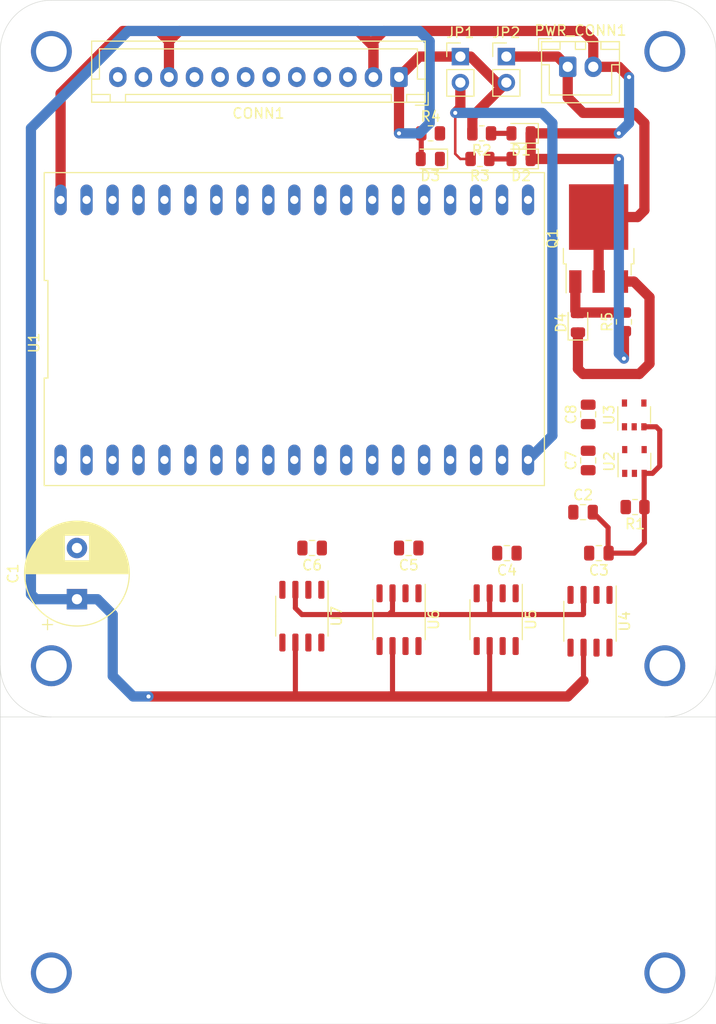
<source format=kicad_pcb>
(kicad_pcb (version 20171130) (host pcbnew 5.1.9+dfsg1-1)

  (general
    (thickness 1.6)
    (drawings 11)
    (tracks 129)
    (zones 0)
    (modules 29)
    (nets 28)
  )

  (page A4)
  (layers
    (0 F.Cu signal)
    (31 B.Cu signal)
    (32 B.Adhes user)
    (33 F.Adhes user)
    (34 B.Paste user)
    (35 F.Paste user)
    (36 B.SilkS user)
    (37 F.SilkS user)
    (38 B.Mask user)
    (39 F.Mask user)
    (40 Dwgs.User user)
    (41 Cmts.User user)
    (42 Eco1.User user)
    (43 Eco2.User user)
    (44 Edge.Cuts user)
    (45 Margin user)
    (46 B.CrtYd user)
    (47 F.CrtYd user)
    (48 B.Fab user)
    (49 F.Fab user hide)
  )

  (setup
    (last_trace_width 0.5)
    (user_trace_width 0.25)
    (user_trace_width 0.5)
    (user_trace_width 1)
    (trace_clearance 0.2)
    (zone_clearance 0.508)
    (zone_45_only no)
    (trace_min 0.2)
    (via_size 0.8)
    (via_drill 0.4)
    (via_min_size 0.4)
    (via_min_drill 0.3)
    (uvia_size 0.3)
    (uvia_drill 0.1)
    (uvias_allowed no)
    (uvia_min_size 0.2)
    (uvia_min_drill 0.1)
    (edge_width 0.05)
    (segment_width 0.2)
    (pcb_text_width 0.3)
    (pcb_text_size 1.5 1.5)
    (mod_edge_width 0.12)
    (mod_text_size 1 1)
    (mod_text_width 0.15)
    (pad_size 1.524 1.524)
    (pad_drill 0.762)
    (pad_to_mask_clearance 0)
    (aux_axis_origin 0 0)
    (visible_elements FFFFFF7F)
    (pcbplotparams
      (layerselection 0x010fc_ffffffff)
      (usegerberextensions false)
      (usegerberattributes true)
      (usegerberadvancedattributes true)
      (creategerberjobfile true)
      (excludeedgelayer true)
      (linewidth 0.100000)
      (plotframeref false)
      (viasonmask false)
      (mode 1)
      (useauxorigin false)
      (hpglpennumber 1)
      (hpglpenspeed 20)
      (hpglpendiameter 15.000000)
      (psnegative false)
      (psa4output false)
      (plotreference true)
      (plotvalue true)
      (plotinvisibletext false)
      (padsonsilk false)
      (subtractmaskfromsilk false)
      (outputformat 1)
      (mirror false)
      (drillshape 1)
      (scaleselection 1)
      (outputdirectory ""))
  )

  (net 0 "")
  (net 1 GND)
  (net 2 +5V)
  (net 3 "Net-(D1-Pad2)")
  (net 4 "Net-(D2-Pad2)")
  (net 5 "Net-(D3-Pad2)")
  (net 6 "Net-(JP2-Pad1)")
  (net 7 "Net-(D4-Pad2)")
  (net 8 /EN)
  (net 9 /C5V)
  (net 10 /C4)
  (net 11 /C2)
  (net 12 /C1)
  (net 13 /C3)
  (net 14 /C5)
  (net 15 /C6)
  (net 16 /C7)
  (net 17 /CDATA)
  (net 18 /CCLK)
  (net 19 /CLK)
  (net 20 /DATA)
  (net 21 /R7)
  (net 22 /R6)
  (net 23 /R5)
  (net 24 /R4)
  (net 25 /R3)
  (net 26 /R2)
  (net 27 /R1)

  (net_class Default "This is the default net class."
    (clearance 0.2)
    (trace_width 0.25)
    (via_dia 0.8)
    (via_drill 0.4)
    (uvia_dia 0.3)
    (uvia_drill 0.1)
    (add_net +5V)
    (add_net /C1)
    (add_net /C2)
    (add_net /C3)
    (add_net /C4)
    (add_net /C5)
    (add_net /C5V)
    (add_net /C6)
    (add_net /C7)
    (add_net /CCLK)
    (add_net /CDATA)
    (add_net /CLK)
    (add_net /DATA)
    (add_net /EN)
    (add_net /R1)
    (add_net /R2)
    (add_net /R3)
    (add_net /R4)
    (add_net /R5)
    (add_net /R6)
    (add_net /R7)
    (add_net GND)
    (add_net "Net-(D1-Pad2)")
    (add_net "Net-(D2-Pad2)")
    (add_net "Net-(D3-Pad2)")
    (add_net "Net-(D4-Pad2)")
    (add_net "Net-(JP2-Pad1)")
    (add_net "Net-(U1-Pad1)")
    (add_net "Net-(U1-Pad10)")
    (add_net "Net-(U1-Pad11)")
    (add_net "Net-(U1-Pad16)")
    (add_net "Net-(U1-Pad17)")
    (add_net "Net-(U1-Pad18)")
    (add_net "Net-(U1-Pad2)")
    (add_net "Net-(U1-Pad20)")
    (add_net "Net-(U1-Pad21)")
    (add_net "Net-(U1-Pad22)")
    (add_net "Net-(U1-Pad24)")
    (add_net "Net-(U1-Pad25)")
    (add_net "Net-(U1-Pad26)")
    (add_net "Net-(U1-Pad29)")
    (add_net "Net-(U1-Pad3)")
    (add_net "Net-(U1-Pad31)")
    (add_net "Net-(U1-Pad32)")
    (add_net "Net-(U1-Pad34)")
    (add_net "Net-(U1-Pad35)")
    (add_net "Net-(U1-Pad4)")
    (add_net "Net-(U1-Pad5)")
    (add_net "Net-(U1-Pad6)")
    (add_net "Net-(U1-Pad7)")
    (add_net "Net-(U1-Pad8)")
    (add_net "Net-(U1-Pad9)")
    (add_net "Net-(U7-Pad4)")
    (add_net "Net-(U7-Pad5)")
    (add_net "Net-(U7-Pad8)")
  )

  (module Connector_JST:JST_XH_B2B-XH-A_1x02_P2.50mm_Vertical (layer F.Cu) (tedit 5C28146C) (tstamp 5FFEB59D)
    (at 130.5 61.5)
    (descr "JST XH series connector, B2B-XH-A (http://www.jst-mfg.com/product/pdf/eng/eXH.pdf), generated with kicad-footprint-generator")
    (tags "connector JST XH vertical")
    (path /5FF19694)
    (fp_text reference PWR_CONN1 (at 1.25 -3.55) (layer F.SilkS)
      (effects (font (size 1 1) (thickness 0.15)))
    )
    (fp_text value Conn_01x02_Male (at 1.25 4.6) (layer F.Fab) hide
      (effects (font (size 1 1) (thickness 0.15)))
    )
    (fp_text user %R (at 1.25 2.7) (layer F.Fab)
      (effects (font (size 1 1) (thickness 0.15)))
    )
    (fp_line (start -2.45 -2.35) (end -2.45 3.4) (layer F.Fab) (width 0.1))
    (fp_line (start -2.45 3.4) (end 4.95 3.4) (layer F.Fab) (width 0.1))
    (fp_line (start 4.95 3.4) (end 4.95 -2.35) (layer F.Fab) (width 0.1))
    (fp_line (start 4.95 -2.35) (end -2.45 -2.35) (layer F.Fab) (width 0.1))
    (fp_line (start -2.56 -2.46) (end -2.56 3.51) (layer F.SilkS) (width 0.12))
    (fp_line (start -2.56 3.51) (end 5.06 3.51) (layer F.SilkS) (width 0.12))
    (fp_line (start 5.06 3.51) (end 5.06 -2.46) (layer F.SilkS) (width 0.12))
    (fp_line (start 5.06 -2.46) (end -2.56 -2.46) (layer F.SilkS) (width 0.12))
    (fp_line (start -2.95 -2.85) (end -2.95 3.9) (layer F.CrtYd) (width 0.05))
    (fp_line (start -2.95 3.9) (end 5.45 3.9) (layer F.CrtYd) (width 0.05))
    (fp_line (start 5.45 3.9) (end 5.45 -2.85) (layer F.CrtYd) (width 0.05))
    (fp_line (start 5.45 -2.85) (end -2.95 -2.85) (layer F.CrtYd) (width 0.05))
    (fp_line (start -0.625 -2.35) (end 0 -1.35) (layer F.Fab) (width 0.1))
    (fp_line (start 0 -1.35) (end 0.625 -2.35) (layer F.Fab) (width 0.1))
    (fp_line (start 0.75 -2.45) (end 0.75 -1.7) (layer F.SilkS) (width 0.12))
    (fp_line (start 0.75 -1.7) (end 1.75 -1.7) (layer F.SilkS) (width 0.12))
    (fp_line (start 1.75 -1.7) (end 1.75 -2.45) (layer F.SilkS) (width 0.12))
    (fp_line (start 1.75 -2.45) (end 0.75 -2.45) (layer F.SilkS) (width 0.12))
    (fp_line (start -2.55 -2.45) (end -2.55 -1.7) (layer F.SilkS) (width 0.12))
    (fp_line (start -2.55 -1.7) (end -0.75 -1.7) (layer F.SilkS) (width 0.12))
    (fp_line (start -0.75 -1.7) (end -0.75 -2.45) (layer F.SilkS) (width 0.12))
    (fp_line (start -0.75 -2.45) (end -2.55 -2.45) (layer F.SilkS) (width 0.12))
    (fp_line (start 3.25 -2.45) (end 3.25 -1.7) (layer F.SilkS) (width 0.12))
    (fp_line (start 3.25 -1.7) (end 5.05 -1.7) (layer F.SilkS) (width 0.12))
    (fp_line (start 5.05 -1.7) (end 5.05 -2.45) (layer F.SilkS) (width 0.12))
    (fp_line (start 5.05 -2.45) (end 3.25 -2.45) (layer F.SilkS) (width 0.12))
    (fp_line (start -2.55 -0.2) (end -1.8 -0.2) (layer F.SilkS) (width 0.12))
    (fp_line (start -1.8 -0.2) (end -1.8 2.75) (layer F.SilkS) (width 0.12))
    (fp_line (start -1.8 2.75) (end 1.25 2.75) (layer F.SilkS) (width 0.12))
    (fp_line (start 5.05 -0.2) (end 4.3 -0.2) (layer F.SilkS) (width 0.12))
    (fp_line (start 4.3 -0.2) (end 4.3 2.75) (layer F.SilkS) (width 0.12))
    (fp_line (start 4.3 2.75) (end 1.25 2.75) (layer F.SilkS) (width 0.12))
    (fp_line (start -1.6 -2.75) (end -2.85 -2.75) (layer F.SilkS) (width 0.12))
    (fp_line (start -2.85 -2.75) (end -2.85 -1.5) (layer F.SilkS) (width 0.12))
    (pad 2 thru_hole oval (at 2.5 0) (size 1.7 2) (drill 1) (layers *.Cu *.Mask)
      (net 1 GND))
    (pad 1 thru_hole roundrect (at 0 0) (size 1.7 2) (drill 1) (layers *.Cu *.Mask) (roundrect_rratio 0.147059)
      (net 6 "Net-(JP2-Pad1)"))
    (model ${KISYS3DMOD}/Connector_JST.3dshapes/JST_XH_B2B-XH-A_1x02_P2.50mm_Vertical.wrl
      (at (xyz 0 0 0))
      (scale (xyz 1 1 1))
      (rotate (xyz 0 0 0))
    )
  )

  (module Connector_JST:JST_XH_B12B-XH-A_1x12_P2.50mm_Vertical (layer F.Cu) (tedit 5B7754C5) (tstamp 5FFEA94E)
    (at 114 62.5 180)
    (descr "JST XH series connector, B12B-XH-A (http://www.jst-mfg.com/product/pdf/eng/eXH.pdf), generated with kicad-footprint-generator")
    (tags "connector JST XH side entry")
    (path /5FF28B39)
    (fp_text reference CONN1 (at 13.75 -3.55) (layer F.SilkS)
      (effects (font (size 1 1) (thickness 0.15)))
    )
    (fp_text value LED_sign_connection (at 13.75 4.6) (layer F.Fab)
      (effects (font (size 1 1) (thickness 0.15)))
    )
    (fp_text user %R (at 24.5 4.5) (layer F.Fab)
      (effects (font (size 1 1) (thickness 0.15)))
    )
    (fp_line (start -2.45 -2.35) (end -2.45 3.4) (layer F.Fab) (width 0.1))
    (fp_line (start -2.45 3.4) (end 29.95 3.4) (layer F.Fab) (width 0.1))
    (fp_line (start 29.95 3.4) (end 29.95 -2.35) (layer F.Fab) (width 0.1))
    (fp_line (start 29.95 -2.35) (end -2.45 -2.35) (layer F.Fab) (width 0.1))
    (fp_line (start -2.56 -2.46) (end -2.56 3.51) (layer F.SilkS) (width 0.12))
    (fp_line (start -2.56 3.51) (end 30.06 3.51) (layer F.SilkS) (width 0.12))
    (fp_line (start 30.06 3.51) (end 30.06 -2.46) (layer F.SilkS) (width 0.12))
    (fp_line (start 30.06 -2.46) (end -2.56 -2.46) (layer F.SilkS) (width 0.12))
    (fp_line (start -2.95 -2.85) (end -2.95 3.9) (layer F.CrtYd) (width 0.05))
    (fp_line (start -2.95 3.9) (end 30.45 3.9) (layer F.CrtYd) (width 0.05))
    (fp_line (start 30.45 3.9) (end 30.45 -2.85) (layer F.CrtYd) (width 0.05))
    (fp_line (start 30.45 -2.85) (end -2.95 -2.85) (layer F.CrtYd) (width 0.05))
    (fp_line (start -0.625 -2.35) (end 0 -1.35) (layer F.Fab) (width 0.1))
    (fp_line (start 0 -1.35) (end 0.625 -2.35) (layer F.Fab) (width 0.1))
    (fp_line (start 0.75 -2.45) (end 0.75 -1.7) (layer F.SilkS) (width 0.12))
    (fp_line (start 0.75 -1.7) (end 26.75 -1.7) (layer F.SilkS) (width 0.12))
    (fp_line (start 26.75 -1.7) (end 26.75 -2.45) (layer F.SilkS) (width 0.12))
    (fp_line (start 26.75 -2.45) (end 0.75 -2.45) (layer F.SilkS) (width 0.12))
    (fp_line (start -2.55 -2.45) (end -2.55 -1.7) (layer F.SilkS) (width 0.12))
    (fp_line (start -2.55 -1.7) (end -0.75 -1.7) (layer F.SilkS) (width 0.12))
    (fp_line (start -0.75 -1.7) (end -0.75 -2.45) (layer F.SilkS) (width 0.12))
    (fp_line (start -0.75 -2.45) (end -2.55 -2.45) (layer F.SilkS) (width 0.12))
    (fp_line (start 28.25 -2.45) (end 28.25 -1.7) (layer F.SilkS) (width 0.12))
    (fp_line (start 28.25 -1.7) (end 30.05 -1.7) (layer F.SilkS) (width 0.12))
    (fp_line (start 30.05 -1.7) (end 30.05 -2.45) (layer F.SilkS) (width 0.12))
    (fp_line (start 30.05 -2.45) (end 28.25 -2.45) (layer F.SilkS) (width 0.12))
    (fp_line (start -2.55 -0.2) (end -1.8 -0.2) (layer F.SilkS) (width 0.12))
    (fp_line (start -1.8 -0.2) (end -1.8 2.75) (layer F.SilkS) (width 0.12))
    (fp_line (start -1.8 2.75) (end 13.75 2.75) (layer F.SilkS) (width 0.12))
    (fp_line (start 30.05 -0.2) (end 29.3 -0.2) (layer F.SilkS) (width 0.12))
    (fp_line (start 29.3 -0.2) (end 29.3 2.75) (layer F.SilkS) (width 0.12))
    (fp_line (start 29.3 2.75) (end 13.75 2.75) (layer F.SilkS) (width 0.12))
    (fp_line (start -1.6 -2.75) (end -2.85 -2.75) (layer F.SilkS) (width 0.12))
    (fp_line (start -2.85 -2.75) (end -2.85 -1.5) (layer F.SilkS) (width 0.12))
    (pad 12 thru_hole oval (at 27.5 0 180) (size 1.7 1.95) (drill 0.95) (layers *.Cu *.Mask)
      (net 19 /CLK))
    (pad 11 thru_hole oval (at 25 0 180) (size 1.7 1.95) (drill 0.95) (layers *.Cu *.Mask)
      (net 20 /DATA))
    (pad 10 thru_hole oval (at 22.5 0 180) (size 1.7 1.95) (drill 0.95) (layers *.Cu *.Mask)
      (net 1 GND))
    (pad 9 thru_hole oval (at 20 0 180) (size 1.7 1.95) (drill 0.95) (layers *.Cu *.Mask)
      (net 21 /R7))
    (pad 8 thru_hole oval (at 17.5 0 180) (size 1.7 1.95) (drill 0.95) (layers *.Cu *.Mask)
      (net 22 /R6))
    (pad 7 thru_hole oval (at 15 0 180) (size 1.7 1.95) (drill 0.95) (layers *.Cu *.Mask)
      (net 23 /R5))
    (pad 6 thru_hole oval (at 12.5 0 180) (size 1.7 1.95) (drill 0.95) (layers *.Cu *.Mask)
      (net 24 /R4))
    (pad 5 thru_hole oval (at 10 0 180) (size 1.7 1.95) (drill 0.95) (layers *.Cu *.Mask)
      (net 25 /R3))
    (pad 4 thru_hole oval (at 7.5 0 180) (size 1.7 1.95) (drill 0.95) (layers *.Cu *.Mask)
      (net 26 /R2))
    (pad 3 thru_hole oval (at 5 0 180) (size 1.7 1.95) (drill 0.95) (layers *.Cu *.Mask)
      (net 27 /R1))
    (pad 2 thru_hole oval (at 2.5 0 180) (size 1.7 1.95) (drill 0.95) (layers *.Cu *.Mask)
      (net 1 GND))
    (pad 1 thru_hole roundrect (at 0 0 180) (size 1.7 1.95) (drill 0.95) (layers *.Cu *.Mask) (roundrect_rratio 0.147059)
      (net 2 +5V))
    (model ${KISYS3DMOD}/Connector_JST.3dshapes/JST_XH_B12B-XH-A_1x12_P2.50mm_Vertical.wrl
      (at (xyz 0 0 0))
      (scale (xyz 1 1 1))
      (rotate (xyz 0 0 0))
    )
  )

  (module Capacitor_THT:CP_Radial_D10.0mm_P5.00mm (layer F.Cu) (tedit 5AE50EF1) (tstamp 5FFEA559)
    (at 82.5 113.5 90)
    (descr "CP, Radial series, Radial, pin pitch=5.00mm, , diameter=10mm, Electrolytic Capacitor")
    (tags "CP Radial series Radial pin pitch 5.00mm  diameter 10mm Electrolytic Capacitor")
    (path /6004C982)
    (fp_text reference C1 (at 2.5 -6.25 90) (layer F.SilkS)
      (effects (font (size 1 1) (thickness 0.15)))
    )
    (fp_text value CP1 (at 2.5 6.25 90) (layer F.Fab)
      (effects (font (size 1 1) (thickness 0.15)))
    )
    (fp_text user %R (at 2.5 0 90) (layer F.Fab)
      (effects (font (size 1 1) (thickness 0.15)))
    )
    (fp_circle (center 2.5 0) (end 7.5 0) (layer F.Fab) (width 0.1))
    (fp_circle (center 2.5 0) (end 7.62 0) (layer F.SilkS) (width 0.12))
    (fp_circle (center 2.5 0) (end 7.75 0) (layer F.CrtYd) (width 0.05))
    (fp_line (start -1.788861 -2.1875) (end -0.788861 -2.1875) (layer F.Fab) (width 0.1))
    (fp_line (start -1.288861 -2.6875) (end -1.288861 -1.6875) (layer F.Fab) (width 0.1))
    (fp_line (start 2.5 -5.08) (end 2.5 5.08) (layer F.SilkS) (width 0.12))
    (fp_line (start 2.54 -5.08) (end 2.54 5.08) (layer F.SilkS) (width 0.12))
    (fp_line (start 2.58 -5.08) (end 2.58 5.08) (layer F.SilkS) (width 0.12))
    (fp_line (start 2.62 -5.079) (end 2.62 5.079) (layer F.SilkS) (width 0.12))
    (fp_line (start 2.66 -5.078) (end 2.66 5.078) (layer F.SilkS) (width 0.12))
    (fp_line (start 2.7 -5.077) (end 2.7 5.077) (layer F.SilkS) (width 0.12))
    (fp_line (start 2.74 -5.075) (end 2.74 5.075) (layer F.SilkS) (width 0.12))
    (fp_line (start 2.78 -5.073) (end 2.78 5.073) (layer F.SilkS) (width 0.12))
    (fp_line (start 2.82 -5.07) (end 2.82 5.07) (layer F.SilkS) (width 0.12))
    (fp_line (start 2.86 -5.068) (end 2.86 5.068) (layer F.SilkS) (width 0.12))
    (fp_line (start 2.9 -5.065) (end 2.9 5.065) (layer F.SilkS) (width 0.12))
    (fp_line (start 2.94 -5.062) (end 2.94 5.062) (layer F.SilkS) (width 0.12))
    (fp_line (start 2.98 -5.058) (end 2.98 5.058) (layer F.SilkS) (width 0.12))
    (fp_line (start 3.02 -5.054) (end 3.02 5.054) (layer F.SilkS) (width 0.12))
    (fp_line (start 3.06 -5.05) (end 3.06 5.05) (layer F.SilkS) (width 0.12))
    (fp_line (start 3.1 -5.045) (end 3.1 5.045) (layer F.SilkS) (width 0.12))
    (fp_line (start 3.14 -5.04) (end 3.14 5.04) (layer F.SilkS) (width 0.12))
    (fp_line (start 3.18 -5.035) (end 3.18 5.035) (layer F.SilkS) (width 0.12))
    (fp_line (start 3.221 -5.03) (end 3.221 5.03) (layer F.SilkS) (width 0.12))
    (fp_line (start 3.261 -5.024) (end 3.261 5.024) (layer F.SilkS) (width 0.12))
    (fp_line (start 3.301 -5.018) (end 3.301 5.018) (layer F.SilkS) (width 0.12))
    (fp_line (start 3.341 -5.011) (end 3.341 5.011) (layer F.SilkS) (width 0.12))
    (fp_line (start 3.381 -5.004) (end 3.381 5.004) (layer F.SilkS) (width 0.12))
    (fp_line (start 3.421 -4.997) (end 3.421 4.997) (layer F.SilkS) (width 0.12))
    (fp_line (start 3.461 -4.99) (end 3.461 4.99) (layer F.SilkS) (width 0.12))
    (fp_line (start 3.501 -4.982) (end 3.501 4.982) (layer F.SilkS) (width 0.12))
    (fp_line (start 3.541 -4.974) (end 3.541 4.974) (layer F.SilkS) (width 0.12))
    (fp_line (start 3.581 -4.965) (end 3.581 4.965) (layer F.SilkS) (width 0.12))
    (fp_line (start 3.621 -4.956) (end 3.621 4.956) (layer F.SilkS) (width 0.12))
    (fp_line (start 3.661 -4.947) (end 3.661 4.947) (layer F.SilkS) (width 0.12))
    (fp_line (start 3.701 -4.938) (end 3.701 4.938) (layer F.SilkS) (width 0.12))
    (fp_line (start 3.741 -4.928) (end 3.741 4.928) (layer F.SilkS) (width 0.12))
    (fp_line (start 3.781 -4.918) (end 3.781 -1.241) (layer F.SilkS) (width 0.12))
    (fp_line (start 3.781 1.241) (end 3.781 4.918) (layer F.SilkS) (width 0.12))
    (fp_line (start 3.821 -4.907) (end 3.821 -1.241) (layer F.SilkS) (width 0.12))
    (fp_line (start 3.821 1.241) (end 3.821 4.907) (layer F.SilkS) (width 0.12))
    (fp_line (start 3.861 -4.897) (end 3.861 -1.241) (layer F.SilkS) (width 0.12))
    (fp_line (start 3.861 1.241) (end 3.861 4.897) (layer F.SilkS) (width 0.12))
    (fp_line (start 3.901 -4.885) (end 3.901 -1.241) (layer F.SilkS) (width 0.12))
    (fp_line (start 3.901 1.241) (end 3.901 4.885) (layer F.SilkS) (width 0.12))
    (fp_line (start 3.941 -4.874) (end 3.941 -1.241) (layer F.SilkS) (width 0.12))
    (fp_line (start 3.941 1.241) (end 3.941 4.874) (layer F.SilkS) (width 0.12))
    (fp_line (start 3.981 -4.862) (end 3.981 -1.241) (layer F.SilkS) (width 0.12))
    (fp_line (start 3.981 1.241) (end 3.981 4.862) (layer F.SilkS) (width 0.12))
    (fp_line (start 4.021 -4.85) (end 4.021 -1.241) (layer F.SilkS) (width 0.12))
    (fp_line (start 4.021 1.241) (end 4.021 4.85) (layer F.SilkS) (width 0.12))
    (fp_line (start 4.061 -4.837) (end 4.061 -1.241) (layer F.SilkS) (width 0.12))
    (fp_line (start 4.061 1.241) (end 4.061 4.837) (layer F.SilkS) (width 0.12))
    (fp_line (start 4.101 -4.824) (end 4.101 -1.241) (layer F.SilkS) (width 0.12))
    (fp_line (start 4.101 1.241) (end 4.101 4.824) (layer F.SilkS) (width 0.12))
    (fp_line (start 4.141 -4.811) (end 4.141 -1.241) (layer F.SilkS) (width 0.12))
    (fp_line (start 4.141 1.241) (end 4.141 4.811) (layer F.SilkS) (width 0.12))
    (fp_line (start 4.181 -4.797) (end 4.181 -1.241) (layer F.SilkS) (width 0.12))
    (fp_line (start 4.181 1.241) (end 4.181 4.797) (layer F.SilkS) (width 0.12))
    (fp_line (start 4.221 -4.783) (end 4.221 -1.241) (layer F.SilkS) (width 0.12))
    (fp_line (start 4.221 1.241) (end 4.221 4.783) (layer F.SilkS) (width 0.12))
    (fp_line (start 4.261 -4.768) (end 4.261 -1.241) (layer F.SilkS) (width 0.12))
    (fp_line (start 4.261 1.241) (end 4.261 4.768) (layer F.SilkS) (width 0.12))
    (fp_line (start 4.301 -4.754) (end 4.301 -1.241) (layer F.SilkS) (width 0.12))
    (fp_line (start 4.301 1.241) (end 4.301 4.754) (layer F.SilkS) (width 0.12))
    (fp_line (start 4.341 -4.738) (end 4.341 -1.241) (layer F.SilkS) (width 0.12))
    (fp_line (start 4.341 1.241) (end 4.341 4.738) (layer F.SilkS) (width 0.12))
    (fp_line (start 4.381 -4.723) (end 4.381 -1.241) (layer F.SilkS) (width 0.12))
    (fp_line (start 4.381 1.241) (end 4.381 4.723) (layer F.SilkS) (width 0.12))
    (fp_line (start 4.421 -4.707) (end 4.421 -1.241) (layer F.SilkS) (width 0.12))
    (fp_line (start 4.421 1.241) (end 4.421 4.707) (layer F.SilkS) (width 0.12))
    (fp_line (start 4.461 -4.69) (end 4.461 -1.241) (layer F.SilkS) (width 0.12))
    (fp_line (start 4.461 1.241) (end 4.461 4.69) (layer F.SilkS) (width 0.12))
    (fp_line (start 4.501 -4.674) (end 4.501 -1.241) (layer F.SilkS) (width 0.12))
    (fp_line (start 4.501 1.241) (end 4.501 4.674) (layer F.SilkS) (width 0.12))
    (fp_line (start 4.541 -4.657) (end 4.541 -1.241) (layer F.SilkS) (width 0.12))
    (fp_line (start 4.541 1.241) (end 4.541 4.657) (layer F.SilkS) (width 0.12))
    (fp_line (start 4.581 -4.639) (end 4.581 -1.241) (layer F.SilkS) (width 0.12))
    (fp_line (start 4.581 1.241) (end 4.581 4.639) (layer F.SilkS) (width 0.12))
    (fp_line (start 4.621 -4.621) (end 4.621 -1.241) (layer F.SilkS) (width 0.12))
    (fp_line (start 4.621 1.241) (end 4.621 4.621) (layer F.SilkS) (width 0.12))
    (fp_line (start 4.661 -4.603) (end 4.661 -1.241) (layer F.SilkS) (width 0.12))
    (fp_line (start 4.661 1.241) (end 4.661 4.603) (layer F.SilkS) (width 0.12))
    (fp_line (start 4.701 -4.584) (end 4.701 -1.241) (layer F.SilkS) (width 0.12))
    (fp_line (start 4.701 1.241) (end 4.701 4.584) (layer F.SilkS) (width 0.12))
    (fp_line (start 4.741 -4.564) (end 4.741 -1.241) (layer F.SilkS) (width 0.12))
    (fp_line (start 4.741 1.241) (end 4.741 4.564) (layer F.SilkS) (width 0.12))
    (fp_line (start 4.781 -4.545) (end 4.781 -1.241) (layer F.SilkS) (width 0.12))
    (fp_line (start 4.781 1.241) (end 4.781 4.545) (layer F.SilkS) (width 0.12))
    (fp_line (start 4.821 -4.525) (end 4.821 -1.241) (layer F.SilkS) (width 0.12))
    (fp_line (start 4.821 1.241) (end 4.821 4.525) (layer F.SilkS) (width 0.12))
    (fp_line (start 4.861 -4.504) (end 4.861 -1.241) (layer F.SilkS) (width 0.12))
    (fp_line (start 4.861 1.241) (end 4.861 4.504) (layer F.SilkS) (width 0.12))
    (fp_line (start 4.901 -4.483) (end 4.901 -1.241) (layer F.SilkS) (width 0.12))
    (fp_line (start 4.901 1.241) (end 4.901 4.483) (layer F.SilkS) (width 0.12))
    (fp_line (start 4.941 -4.462) (end 4.941 -1.241) (layer F.SilkS) (width 0.12))
    (fp_line (start 4.941 1.241) (end 4.941 4.462) (layer F.SilkS) (width 0.12))
    (fp_line (start 4.981 -4.44) (end 4.981 -1.241) (layer F.SilkS) (width 0.12))
    (fp_line (start 4.981 1.241) (end 4.981 4.44) (layer F.SilkS) (width 0.12))
    (fp_line (start 5.021 -4.417) (end 5.021 -1.241) (layer F.SilkS) (width 0.12))
    (fp_line (start 5.021 1.241) (end 5.021 4.417) (layer F.SilkS) (width 0.12))
    (fp_line (start 5.061 -4.395) (end 5.061 -1.241) (layer F.SilkS) (width 0.12))
    (fp_line (start 5.061 1.241) (end 5.061 4.395) (layer F.SilkS) (width 0.12))
    (fp_line (start 5.101 -4.371) (end 5.101 -1.241) (layer F.SilkS) (width 0.12))
    (fp_line (start 5.101 1.241) (end 5.101 4.371) (layer F.SilkS) (width 0.12))
    (fp_line (start 5.141 -4.347) (end 5.141 -1.241) (layer F.SilkS) (width 0.12))
    (fp_line (start 5.141 1.241) (end 5.141 4.347) (layer F.SilkS) (width 0.12))
    (fp_line (start 5.181 -4.323) (end 5.181 -1.241) (layer F.SilkS) (width 0.12))
    (fp_line (start 5.181 1.241) (end 5.181 4.323) (layer F.SilkS) (width 0.12))
    (fp_line (start 5.221 -4.298) (end 5.221 -1.241) (layer F.SilkS) (width 0.12))
    (fp_line (start 5.221 1.241) (end 5.221 4.298) (layer F.SilkS) (width 0.12))
    (fp_line (start 5.261 -4.273) (end 5.261 -1.241) (layer F.SilkS) (width 0.12))
    (fp_line (start 5.261 1.241) (end 5.261 4.273) (layer F.SilkS) (width 0.12))
    (fp_line (start 5.301 -4.247) (end 5.301 -1.241) (layer F.SilkS) (width 0.12))
    (fp_line (start 5.301 1.241) (end 5.301 4.247) (layer F.SilkS) (width 0.12))
    (fp_line (start 5.341 -4.221) (end 5.341 -1.241) (layer F.SilkS) (width 0.12))
    (fp_line (start 5.341 1.241) (end 5.341 4.221) (layer F.SilkS) (width 0.12))
    (fp_line (start 5.381 -4.194) (end 5.381 -1.241) (layer F.SilkS) (width 0.12))
    (fp_line (start 5.381 1.241) (end 5.381 4.194) (layer F.SilkS) (width 0.12))
    (fp_line (start 5.421 -4.166) (end 5.421 -1.241) (layer F.SilkS) (width 0.12))
    (fp_line (start 5.421 1.241) (end 5.421 4.166) (layer F.SilkS) (width 0.12))
    (fp_line (start 5.461 -4.138) (end 5.461 -1.241) (layer F.SilkS) (width 0.12))
    (fp_line (start 5.461 1.241) (end 5.461 4.138) (layer F.SilkS) (width 0.12))
    (fp_line (start 5.501 -4.11) (end 5.501 -1.241) (layer F.SilkS) (width 0.12))
    (fp_line (start 5.501 1.241) (end 5.501 4.11) (layer F.SilkS) (width 0.12))
    (fp_line (start 5.541 -4.08) (end 5.541 -1.241) (layer F.SilkS) (width 0.12))
    (fp_line (start 5.541 1.241) (end 5.541 4.08) (layer F.SilkS) (width 0.12))
    (fp_line (start 5.581 -4.05) (end 5.581 -1.241) (layer F.SilkS) (width 0.12))
    (fp_line (start 5.581 1.241) (end 5.581 4.05) (layer F.SilkS) (width 0.12))
    (fp_line (start 5.621 -4.02) (end 5.621 -1.241) (layer F.SilkS) (width 0.12))
    (fp_line (start 5.621 1.241) (end 5.621 4.02) (layer F.SilkS) (width 0.12))
    (fp_line (start 5.661 -3.989) (end 5.661 -1.241) (layer F.SilkS) (width 0.12))
    (fp_line (start 5.661 1.241) (end 5.661 3.989) (layer F.SilkS) (width 0.12))
    (fp_line (start 5.701 -3.957) (end 5.701 -1.241) (layer F.SilkS) (width 0.12))
    (fp_line (start 5.701 1.241) (end 5.701 3.957) (layer F.SilkS) (width 0.12))
    (fp_line (start 5.741 -3.925) (end 5.741 -1.241) (layer F.SilkS) (width 0.12))
    (fp_line (start 5.741 1.241) (end 5.741 3.925) (layer F.SilkS) (width 0.12))
    (fp_line (start 5.781 -3.892) (end 5.781 -1.241) (layer F.SilkS) (width 0.12))
    (fp_line (start 5.781 1.241) (end 5.781 3.892) (layer F.SilkS) (width 0.12))
    (fp_line (start 5.821 -3.858) (end 5.821 -1.241) (layer F.SilkS) (width 0.12))
    (fp_line (start 5.821 1.241) (end 5.821 3.858) (layer F.SilkS) (width 0.12))
    (fp_line (start 5.861 -3.824) (end 5.861 -1.241) (layer F.SilkS) (width 0.12))
    (fp_line (start 5.861 1.241) (end 5.861 3.824) (layer F.SilkS) (width 0.12))
    (fp_line (start 5.901 -3.789) (end 5.901 -1.241) (layer F.SilkS) (width 0.12))
    (fp_line (start 5.901 1.241) (end 5.901 3.789) (layer F.SilkS) (width 0.12))
    (fp_line (start 5.941 -3.753) (end 5.941 -1.241) (layer F.SilkS) (width 0.12))
    (fp_line (start 5.941 1.241) (end 5.941 3.753) (layer F.SilkS) (width 0.12))
    (fp_line (start 5.981 -3.716) (end 5.981 -1.241) (layer F.SilkS) (width 0.12))
    (fp_line (start 5.981 1.241) (end 5.981 3.716) (layer F.SilkS) (width 0.12))
    (fp_line (start 6.021 -3.679) (end 6.021 -1.241) (layer F.SilkS) (width 0.12))
    (fp_line (start 6.021 1.241) (end 6.021 3.679) (layer F.SilkS) (width 0.12))
    (fp_line (start 6.061 -3.64) (end 6.061 -1.241) (layer F.SilkS) (width 0.12))
    (fp_line (start 6.061 1.241) (end 6.061 3.64) (layer F.SilkS) (width 0.12))
    (fp_line (start 6.101 -3.601) (end 6.101 -1.241) (layer F.SilkS) (width 0.12))
    (fp_line (start 6.101 1.241) (end 6.101 3.601) (layer F.SilkS) (width 0.12))
    (fp_line (start 6.141 -3.561) (end 6.141 -1.241) (layer F.SilkS) (width 0.12))
    (fp_line (start 6.141 1.241) (end 6.141 3.561) (layer F.SilkS) (width 0.12))
    (fp_line (start 6.181 -3.52) (end 6.181 -1.241) (layer F.SilkS) (width 0.12))
    (fp_line (start 6.181 1.241) (end 6.181 3.52) (layer F.SilkS) (width 0.12))
    (fp_line (start 6.221 -3.478) (end 6.221 -1.241) (layer F.SilkS) (width 0.12))
    (fp_line (start 6.221 1.241) (end 6.221 3.478) (layer F.SilkS) (width 0.12))
    (fp_line (start 6.261 -3.436) (end 6.261 3.436) (layer F.SilkS) (width 0.12))
    (fp_line (start 6.301 -3.392) (end 6.301 3.392) (layer F.SilkS) (width 0.12))
    (fp_line (start 6.341 -3.347) (end 6.341 3.347) (layer F.SilkS) (width 0.12))
    (fp_line (start 6.381 -3.301) (end 6.381 3.301) (layer F.SilkS) (width 0.12))
    (fp_line (start 6.421 -3.254) (end 6.421 3.254) (layer F.SilkS) (width 0.12))
    (fp_line (start 6.461 -3.206) (end 6.461 3.206) (layer F.SilkS) (width 0.12))
    (fp_line (start 6.501 -3.156) (end 6.501 3.156) (layer F.SilkS) (width 0.12))
    (fp_line (start 6.541 -3.106) (end 6.541 3.106) (layer F.SilkS) (width 0.12))
    (fp_line (start 6.581 -3.054) (end 6.581 3.054) (layer F.SilkS) (width 0.12))
    (fp_line (start 6.621 -3) (end 6.621 3) (layer F.SilkS) (width 0.12))
    (fp_line (start 6.661 -2.945) (end 6.661 2.945) (layer F.SilkS) (width 0.12))
    (fp_line (start 6.701 -2.889) (end 6.701 2.889) (layer F.SilkS) (width 0.12))
    (fp_line (start 6.741 -2.83) (end 6.741 2.83) (layer F.SilkS) (width 0.12))
    (fp_line (start 6.781 -2.77) (end 6.781 2.77) (layer F.SilkS) (width 0.12))
    (fp_line (start 6.821 -2.709) (end 6.821 2.709) (layer F.SilkS) (width 0.12))
    (fp_line (start 6.861 -2.645) (end 6.861 2.645) (layer F.SilkS) (width 0.12))
    (fp_line (start 6.901 -2.579) (end 6.901 2.579) (layer F.SilkS) (width 0.12))
    (fp_line (start 6.941 -2.51) (end 6.941 2.51) (layer F.SilkS) (width 0.12))
    (fp_line (start 6.981 -2.439) (end 6.981 2.439) (layer F.SilkS) (width 0.12))
    (fp_line (start 7.021 -2.365) (end 7.021 2.365) (layer F.SilkS) (width 0.12))
    (fp_line (start 7.061 -2.289) (end 7.061 2.289) (layer F.SilkS) (width 0.12))
    (fp_line (start 7.101 -2.209) (end 7.101 2.209) (layer F.SilkS) (width 0.12))
    (fp_line (start 7.141 -2.125) (end 7.141 2.125) (layer F.SilkS) (width 0.12))
    (fp_line (start 7.181 -2.037) (end 7.181 2.037) (layer F.SilkS) (width 0.12))
    (fp_line (start 7.221 -1.944) (end 7.221 1.944) (layer F.SilkS) (width 0.12))
    (fp_line (start 7.261 -1.846) (end 7.261 1.846) (layer F.SilkS) (width 0.12))
    (fp_line (start 7.301 -1.742) (end 7.301 1.742) (layer F.SilkS) (width 0.12))
    (fp_line (start 7.341 -1.63) (end 7.341 1.63) (layer F.SilkS) (width 0.12))
    (fp_line (start 7.381 -1.51) (end 7.381 1.51) (layer F.SilkS) (width 0.12))
    (fp_line (start 7.421 -1.378) (end 7.421 1.378) (layer F.SilkS) (width 0.12))
    (fp_line (start 7.461 -1.23) (end 7.461 1.23) (layer F.SilkS) (width 0.12))
    (fp_line (start 7.501 -1.062) (end 7.501 1.062) (layer F.SilkS) (width 0.12))
    (fp_line (start 7.541 -0.862) (end 7.541 0.862) (layer F.SilkS) (width 0.12))
    (fp_line (start 7.581 -0.599) (end 7.581 0.599) (layer F.SilkS) (width 0.12))
    (fp_line (start -2.979646 -2.875) (end -1.979646 -2.875) (layer F.SilkS) (width 0.12))
    (fp_line (start -2.479646 -3.375) (end -2.479646 -2.375) (layer F.SilkS) (width 0.12))
    (pad 2 thru_hole circle (at 5 0 90) (size 2 2) (drill 1) (layers *.Cu *.Mask)
      (net 1 GND))
    (pad 1 thru_hole rect (at 0 0 90) (size 2 2) (drill 1) (layers *.Cu *.Mask)
      (net 2 +5V))
    (model ${KISYS3DMOD}/Capacitor_THT.3dshapes/CP_Radial_D10.0mm_P5.00mm.wrl
      (at (xyz 0 0 0))
      (scale (xyz 1 1 1))
      (rotate (xyz 0 0 0))
    )
  )

  (module Diode_SMD:D_0805_2012Metric (layer F.Cu) (tedit 5F68FEF0) (tstamp 5FFAD467)
    (at 131.5 86.5 90)
    (descr "Diode SMD 0805 (2012 Metric), square (rectangular) end terminal, IPC_7351 nominal, (Body size source: https://docs.google.com/spreadsheets/d/1BsfQQcO9C6DZCsRaXUlFlo91Tg2WpOkGARC1WS5S8t0/edit?usp=sharing), generated with kicad-footprint-generator")
    (tags diode)
    (path /5FFCF8DA)
    (attr smd)
    (fp_text reference D4 (at 0 -1.65 90) (layer F.SilkS)
      (effects (font (size 1 1) (thickness 0.15)))
    )
    (fp_text value D_Zener (at 0 1.65 90) (layer F.Fab)
      (effects (font (size 1 1) (thickness 0.15)))
    )
    (fp_text user %R (at 0 0 90) (layer F.Fab)
      (effects (font (size 0.5 0.5) (thickness 0.08)))
    )
    (fp_line (start 1 -0.6) (end -0.7 -0.6) (layer F.Fab) (width 0.1))
    (fp_line (start -0.7 -0.6) (end -1 -0.3) (layer F.Fab) (width 0.1))
    (fp_line (start -1 -0.3) (end -1 0.6) (layer F.Fab) (width 0.1))
    (fp_line (start -1 0.6) (end 1 0.6) (layer F.Fab) (width 0.1))
    (fp_line (start 1 0.6) (end 1 -0.6) (layer F.Fab) (width 0.1))
    (fp_line (start 1 -0.96) (end -1.685 -0.96) (layer F.SilkS) (width 0.12))
    (fp_line (start -1.685 -0.96) (end -1.685 0.96) (layer F.SilkS) (width 0.12))
    (fp_line (start -1.685 0.96) (end 1 0.96) (layer F.SilkS) (width 0.12))
    (fp_line (start -1.68 0.95) (end -1.68 -0.95) (layer F.CrtYd) (width 0.05))
    (fp_line (start -1.68 -0.95) (end 1.68 -0.95) (layer F.CrtYd) (width 0.05))
    (fp_line (start 1.68 -0.95) (end 1.68 0.95) (layer F.CrtYd) (width 0.05))
    (fp_line (start 1.68 0.95) (end -1.68 0.95) (layer F.CrtYd) (width 0.05))
    (pad 2 smd roundrect (at 0.9375 0 90) (size 0.975 1.4) (layers F.Cu F.Paste F.Mask) (roundrect_rratio 0.25)
      (net 7 "Net-(D4-Pad2)"))
    (pad 1 smd roundrect (at -0.9375 0 90) (size 0.975 1.4) (layers F.Cu F.Paste F.Mask) (roundrect_rratio 0.25)
      (net 2 +5V))
    (model ${KISYS3DMOD}/Diode_SMD.3dshapes/D_0805_2012Metric.wrl
      (at (xyz 0 0 0))
      (scale (xyz 1 1 1))
      (rotate (xyz 0 0 0))
    )
  )

  (module Capacitor_SMD:C_0805_2012Metric (layer F.Cu) (tedit 5F68FEEE) (tstamp 5FFAD0DB)
    (at 132.5 95.45 90)
    (descr "Capacitor SMD 0805 (2012 Metric), square (rectangular) end terminal, IPC_7351 nominal, (Body size source: IPC-SM-782 page 76, https://www.pcb-3d.com/wordpress/wp-content/uploads/ipc-sm-782a_amendment_1_and_2.pdf, https://docs.google.com/spreadsheets/d/1BsfQQcO9C6DZCsRaXUlFlo91Tg2WpOkGARC1WS5S8t0/edit?usp=sharing), generated with kicad-footprint-generator")
    (tags capacitor)
    (path /5FF3214D)
    (attr smd)
    (fp_text reference C8 (at 0 -1.68 90) (layer F.SilkS)
      (effects (font (size 1 1) (thickness 0.15)))
    )
    (fp_text value 0.1uF (at 0 1.68 90) (layer F.Fab)
      (effects (font (size 1 1) (thickness 0.15)))
    )
    (fp_text user %R (at 0 0 90) (layer F.Fab)
      (effects (font (size 0.5 0.5) (thickness 0.08)))
    )
    (fp_line (start -1 0.625) (end -1 -0.625) (layer F.Fab) (width 0.1))
    (fp_line (start -1 -0.625) (end 1 -0.625) (layer F.Fab) (width 0.1))
    (fp_line (start 1 -0.625) (end 1 0.625) (layer F.Fab) (width 0.1))
    (fp_line (start 1 0.625) (end -1 0.625) (layer F.Fab) (width 0.1))
    (fp_line (start -0.261252 -0.735) (end 0.261252 -0.735) (layer F.SilkS) (width 0.12))
    (fp_line (start -0.261252 0.735) (end 0.261252 0.735) (layer F.SilkS) (width 0.12))
    (fp_line (start -1.7 0.98) (end -1.7 -0.98) (layer F.CrtYd) (width 0.05))
    (fp_line (start -1.7 -0.98) (end 1.7 -0.98) (layer F.CrtYd) (width 0.05))
    (fp_line (start 1.7 -0.98) (end 1.7 0.98) (layer F.CrtYd) (width 0.05))
    (fp_line (start 1.7 0.98) (end -1.7 0.98) (layer F.CrtYd) (width 0.05))
    (pad 2 smd roundrect (at 0.95 0 90) (size 1 1.45) (layers F.Cu F.Paste F.Mask) (roundrect_rratio 0.25)
      (net 1 GND))
    (pad 1 smd roundrect (at -0.95 0 90) (size 1 1.45) (layers F.Cu F.Paste F.Mask) (roundrect_rratio 0.25)
      (net 2 +5V))
    (model ${KISYS3DMOD}/Capacitor_SMD.3dshapes/C_0805_2012Metric.wrl
      (at (xyz 0 0 0))
      (scale (xyz 1 1 1))
      (rotate (xyz 0 0 0))
    )
  )

  (module Package_SO:SO-8_3.9x4.9mm_P1.27mm (layer F.Cu) (tedit 5D9F72B1) (tstamp 5FF81585)
    (at 104.5 115.156 270)
    (descr "SO, 8 Pin (https://www.nxp.com/docs/en/data-sheet/PCF8523.pdf), generated with kicad-footprint-generator ipc_gullwing_generator.py")
    (tags "SO SO")
    (path /5FF71E1D)
    (attr smd)
    (fp_text reference U7 (at 0 -3.4 90) (layer F.SilkS)
      (effects (font (size 1 1) (thickness 0.15)))
    )
    (fp_text value MAX17601 (at 0 3.4 90) (layer F.Fab)
      (effects (font (size 1 1) (thickness 0.15)))
    )
    (fp_text user %R (at 0 0 90) (layer F.Fab)
      (effects (font (size 0.98 0.98) (thickness 0.15)))
    )
    (fp_line (start 0 2.56) (end 1.95 2.56) (layer F.SilkS) (width 0.12))
    (fp_line (start 0 2.56) (end -1.95 2.56) (layer F.SilkS) (width 0.12))
    (fp_line (start 0 -2.56) (end 1.95 -2.56) (layer F.SilkS) (width 0.12))
    (fp_line (start 0 -2.56) (end -3.45 -2.56) (layer F.SilkS) (width 0.12))
    (fp_line (start -0.975 -2.45) (end 1.95 -2.45) (layer F.Fab) (width 0.1))
    (fp_line (start 1.95 -2.45) (end 1.95 2.45) (layer F.Fab) (width 0.1))
    (fp_line (start 1.95 2.45) (end -1.95 2.45) (layer F.Fab) (width 0.1))
    (fp_line (start -1.95 2.45) (end -1.95 -1.475) (layer F.Fab) (width 0.1))
    (fp_line (start -1.95 -1.475) (end -0.975 -2.45) (layer F.Fab) (width 0.1))
    (fp_line (start -3.7 -2.7) (end -3.7 2.7) (layer F.CrtYd) (width 0.05))
    (fp_line (start -3.7 2.7) (end 3.7 2.7) (layer F.CrtYd) (width 0.05))
    (fp_line (start 3.7 2.7) (end 3.7 -2.7) (layer F.CrtYd) (width 0.05))
    (fp_line (start 3.7 -2.7) (end -3.7 -2.7) (layer F.CrtYd) (width 0.05))
    (pad 8 smd roundrect (at 2.575 -1.905 270) (size 1.75 0.6) (layers F.Cu F.Paste F.Mask) (roundrect_rratio 0.25))
    (pad 7 smd roundrect (at 2.575 -0.635 270) (size 1.75 0.6) (layers F.Cu F.Paste F.Mask) (roundrect_rratio 0.25)
      (net 21 /R7))
    (pad 6 smd roundrect (at 2.575 0.635 270) (size 1.75 0.6) (layers F.Cu F.Paste F.Mask) (roundrect_rratio 0.25)
      (net 2 +5V))
    (pad 5 smd roundrect (at 2.575 1.905 270) (size 1.75 0.6) (layers F.Cu F.Paste F.Mask) (roundrect_rratio 0.25))
    (pad 4 smd roundrect (at -2.575 1.905 270) (size 1.75 0.6) (layers F.Cu F.Paste F.Mask) (roundrect_rratio 0.25))
    (pad 3 smd roundrect (at -2.575 0.635 270) (size 1.75 0.6) (layers F.Cu F.Paste F.Mask) (roundrect_rratio 0.25)
      (net 1 GND))
    (pad 2 smd roundrect (at -2.575 -0.635 270) (size 1.75 0.6) (layers F.Cu F.Paste F.Mask) (roundrect_rratio 0.25)
      (net 16 /C7))
    (pad 1 smd roundrect (at -2.575 -1.905 270) (size 1.75 0.6) (layers F.Cu F.Paste F.Mask) (roundrect_rratio 0.25)
      (net 8 /EN))
    (model ${KISYS3DMOD}/Package_SO.3dshapes/SO-8_3.9x4.9mm_P1.27mm.wrl
      (at (xyz 0 0 0))
      (scale (xyz 1 1 1))
      (rotate (xyz 0 0 0))
    )
  )

  (module Package_SO:SO-8_3.9x4.9mm_P1.27mm (layer F.Cu) (tedit 5D9F72B1) (tstamp 5FFAC26A)
    (at 114 115.5 270)
    (descr "SO, 8 Pin (https://www.nxp.com/docs/en/data-sheet/PCF8523.pdf), generated with kicad-footprint-generator ipc_gullwing_generator.py")
    (tags "SO SO")
    (path /5FF6DFCA)
    (attr smd)
    (fp_text reference U6 (at 0 -3.4 90) (layer F.SilkS)
      (effects (font (size 1 1) (thickness 0.15)))
    )
    (fp_text value MAX17601 (at 0 3.4 90) (layer F.Fab)
      (effects (font (size 1 1) (thickness 0.15)))
    )
    (fp_text user %R (at 0 0 90) (layer F.Fab)
      (effects (font (size 0.98 0.98) (thickness 0.15)))
    )
    (fp_line (start 0 2.56) (end 1.95 2.56) (layer F.SilkS) (width 0.12))
    (fp_line (start 0 2.56) (end -1.95 2.56) (layer F.SilkS) (width 0.12))
    (fp_line (start 0 -2.56) (end 1.95 -2.56) (layer F.SilkS) (width 0.12))
    (fp_line (start 0 -2.56) (end -3.45 -2.56) (layer F.SilkS) (width 0.12))
    (fp_line (start -0.975 -2.45) (end 1.95 -2.45) (layer F.Fab) (width 0.1))
    (fp_line (start 1.95 -2.45) (end 1.95 2.45) (layer F.Fab) (width 0.1))
    (fp_line (start 1.95 2.45) (end -1.95 2.45) (layer F.Fab) (width 0.1))
    (fp_line (start -1.95 2.45) (end -1.95 -1.475) (layer F.Fab) (width 0.1))
    (fp_line (start -1.95 -1.475) (end -0.975 -2.45) (layer F.Fab) (width 0.1))
    (fp_line (start -3.7 -2.7) (end -3.7 2.7) (layer F.CrtYd) (width 0.05))
    (fp_line (start -3.7 2.7) (end 3.7 2.7) (layer F.CrtYd) (width 0.05))
    (fp_line (start 3.7 2.7) (end 3.7 -2.7) (layer F.CrtYd) (width 0.05))
    (fp_line (start 3.7 -2.7) (end -3.7 -2.7) (layer F.CrtYd) (width 0.05))
    (pad 8 smd roundrect (at 2.575 -1.905 270) (size 1.75 0.6) (layers F.Cu F.Paste F.Mask) (roundrect_rratio 0.25)
      (net 8 /EN))
    (pad 7 smd roundrect (at 2.575 -0.635 270) (size 1.75 0.6) (layers F.Cu F.Paste F.Mask) (roundrect_rratio 0.25)
      (net 23 /R5))
    (pad 6 smd roundrect (at 2.575 0.635 270) (size 1.75 0.6) (layers F.Cu F.Paste F.Mask) (roundrect_rratio 0.25)
      (net 2 +5V))
    (pad 5 smd roundrect (at 2.575 1.905 270) (size 1.75 0.6) (layers F.Cu F.Paste F.Mask) (roundrect_rratio 0.25)
      (net 22 /R6))
    (pad 4 smd roundrect (at -2.575 1.905 270) (size 1.75 0.6) (layers F.Cu F.Paste F.Mask) (roundrect_rratio 0.25)
      (net 15 /C6))
    (pad 3 smd roundrect (at -2.575 0.635 270) (size 1.75 0.6) (layers F.Cu F.Paste F.Mask) (roundrect_rratio 0.25)
      (net 1 GND))
    (pad 2 smd roundrect (at -2.575 -0.635 270) (size 1.75 0.6) (layers F.Cu F.Paste F.Mask) (roundrect_rratio 0.25)
      (net 14 /C5))
    (pad 1 smd roundrect (at -2.575 -1.905 270) (size 1.75 0.6) (layers F.Cu F.Paste F.Mask) (roundrect_rratio 0.25)
      (net 8 /EN))
    (model ${KISYS3DMOD}/Package_SO.3dshapes/SO-8_3.9x4.9mm_P1.27mm.wrl
      (at (xyz 0 0 0))
      (scale (xyz 1 1 1))
      (rotate (xyz 0 0 0))
    )
  )

  (module Package_SO:SO-8_3.9x4.9mm_P1.27mm (layer F.Cu) (tedit 5D9F72B1) (tstamp 5FFEB752)
    (at 123.5 115.5 270)
    (descr "SO, 8 Pin (https://www.nxp.com/docs/en/data-sheet/PCF8523.pdf), generated with kicad-footprint-generator ipc_gullwing_generator.py")
    (tags "SO SO")
    (path /5FF6A669)
    (attr smd)
    (fp_text reference U5 (at 0 -3.4 90) (layer F.SilkS)
      (effects (font (size 1 1) (thickness 0.15)))
    )
    (fp_text value MAX17601 (at 0 3.4 90) (layer F.Fab)
      (effects (font (size 1 1) (thickness 0.15)))
    )
    (fp_text user %R (at 0 0 90) (layer F.Fab)
      (effects (font (size 0.98 0.98) (thickness 0.15)))
    )
    (fp_line (start 0 2.56) (end 1.95 2.56) (layer F.SilkS) (width 0.12))
    (fp_line (start 0 2.56) (end -1.95 2.56) (layer F.SilkS) (width 0.12))
    (fp_line (start 0 -2.56) (end 1.95 -2.56) (layer F.SilkS) (width 0.12))
    (fp_line (start 0 -2.56) (end -3.45 -2.56) (layer F.SilkS) (width 0.12))
    (fp_line (start -0.975 -2.45) (end 1.95 -2.45) (layer F.Fab) (width 0.1))
    (fp_line (start 1.95 -2.45) (end 1.95 2.45) (layer F.Fab) (width 0.1))
    (fp_line (start 1.95 2.45) (end -1.95 2.45) (layer F.Fab) (width 0.1))
    (fp_line (start -1.95 2.45) (end -1.95 -1.475) (layer F.Fab) (width 0.1))
    (fp_line (start -1.95 -1.475) (end -0.975 -2.45) (layer F.Fab) (width 0.1))
    (fp_line (start -3.7 -2.7) (end -3.7 2.7) (layer F.CrtYd) (width 0.05))
    (fp_line (start -3.7 2.7) (end 3.7 2.7) (layer F.CrtYd) (width 0.05))
    (fp_line (start 3.7 2.7) (end 3.7 -2.7) (layer F.CrtYd) (width 0.05))
    (fp_line (start 3.7 -2.7) (end -3.7 -2.7) (layer F.CrtYd) (width 0.05))
    (pad 8 smd roundrect (at 2.575 -1.905 270) (size 1.75 0.6) (layers F.Cu F.Paste F.Mask) (roundrect_rratio 0.25)
      (net 8 /EN))
    (pad 7 smd roundrect (at 2.575 -0.635 270) (size 1.75 0.6) (layers F.Cu F.Paste F.Mask) (roundrect_rratio 0.25)
      (net 25 /R3))
    (pad 6 smd roundrect (at 2.575 0.635 270) (size 1.75 0.6) (layers F.Cu F.Paste F.Mask) (roundrect_rratio 0.25)
      (net 2 +5V))
    (pad 5 smd roundrect (at 2.575 1.905 270) (size 1.75 0.6) (layers F.Cu F.Paste F.Mask) (roundrect_rratio 0.25)
      (net 24 /R4))
    (pad 4 smd roundrect (at -2.575 1.905 270) (size 1.75 0.6) (layers F.Cu F.Paste F.Mask) (roundrect_rratio 0.25)
      (net 10 /C4))
    (pad 3 smd roundrect (at -2.575 0.635 270) (size 1.75 0.6) (layers F.Cu F.Paste F.Mask) (roundrect_rratio 0.25)
      (net 1 GND))
    (pad 2 smd roundrect (at -2.575 -0.635 270) (size 1.75 0.6) (layers F.Cu F.Paste F.Mask) (roundrect_rratio 0.25)
      (net 13 /C3))
    (pad 1 smd roundrect (at -2.575 -1.905 270) (size 1.75 0.6) (layers F.Cu F.Paste F.Mask) (roundrect_rratio 0.25)
      (net 8 /EN))
    (model ${KISYS3DMOD}/Package_SO.3dshapes/SO-8_3.9x4.9mm_P1.27mm.wrl
      (at (xyz 0 0 0))
      (scale (xyz 1 1 1))
      (rotate (xyz 0 0 0))
    )
  )

  (module Package_SO:SO-8_3.9x4.9mm_P1.27mm (layer F.Cu) (tedit 5D9F72B1) (tstamp 5FF81537)
    (at 132.68 115.656 270)
    (descr "SO, 8 Pin (https://www.nxp.com/docs/en/data-sheet/PCF8523.pdf), generated with kicad-footprint-generator ipc_gullwing_generator.py")
    (tags "SO SO")
    (path /5FF69DE0)
    (attr smd)
    (fp_text reference U4 (at 0 -3.4 90) (layer F.SilkS)
      (effects (font (size 1 1) (thickness 0.15)))
    )
    (fp_text value MAX17601 (at 0 3.4 90) (layer F.Fab)
      (effects (font (size 1 1) (thickness 0.15)))
    )
    (fp_text user %R (at 0 0 90) (layer F.Fab)
      (effects (font (size 0.98 0.98) (thickness 0.15)))
    )
    (fp_line (start 0 2.56) (end 1.95 2.56) (layer F.SilkS) (width 0.12))
    (fp_line (start 0 2.56) (end -1.95 2.56) (layer F.SilkS) (width 0.12))
    (fp_line (start 0 -2.56) (end 1.95 -2.56) (layer F.SilkS) (width 0.12))
    (fp_line (start 0 -2.56) (end -3.45 -2.56) (layer F.SilkS) (width 0.12))
    (fp_line (start -0.975 -2.45) (end 1.95 -2.45) (layer F.Fab) (width 0.1))
    (fp_line (start 1.95 -2.45) (end 1.95 2.45) (layer F.Fab) (width 0.1))
    (fp_line (start 1.95 2.45) (end -1.95 2.45) (layer F.Fab) (width 0.1))
    (fp_line (start -1.95 2.45) (end -1.95 -1.475) (layer F.Fab) (width 0.1))
    (fp_line (start -1.95 -1.475) (end -0.975 -2.45) (layer F.Fab) (width 0.1))
    (fp_line (start -3.7 -2.7) (end -3.7 2.7) (layer F.CrtYd) (width 0.05))
    (fp_line (start -3.7 2.7) (end 3.7 2.7) (layer F.CrtYd) (width 0.05))
    (fp_line (start 3.7 2.7) (end 3.7 -2.7) (layer F.CrtYd) (width 0.05))
    (fp_line (start 3.7 -2.7) (end -3.7 -2.7) (layer F.CrtYd) (width 0.05))
    (pad 8 smd roundrect (at 2.575 -1.905 270) (size 1.75 0.6) (layers F.Cu F.Paste F.Mask) (roundrect_rratio 0.25)
      (net 8 /EN))
    (pad 7 smd roundrect (at 2.575 -0.635 270) (size 1.75 0.6) (layers F.Cu F.Paste F.Mask) (roundrect_rratio 0.25)
      (net 27 /R1))
    (pad 6 smd roundrect (at 2.575 0.635 270) (size 1.75 0.6) (layers F.Cu F.Paste F.Mask) (roundrect_rratio 0.25)
      (net 2 +5V))
    (pad 5 smd roundrect (at 2.575 1.905 270) (size 1.75 0.6) (layers F.Cu F.Paste F.Mask) (roundrect_rratio 0.25)
      (net 26 /R2))
    (pad 4 smd roundrect (at -2.575 1.905 270) (size 1.75 0.6) (layers F.Cu F.Paste F.Mask) (roundrect_rratio 0.25)
      (net 11 /C2))
    (pad 3 smd roundrect (at -2.575 0.635 270) (size 1.75 0.6) (layers F.Cu F.Paste F.Mask) (roundrect_rratio 0.25)
      (net 1 GND))
    (pad 2 smd roundrect (at -2.575 -0.635 270) (size 1.75 0.6) (layers F.Cu F.Paste F.Mask) (roundrect_rratio 0.25)
      (net 12 /C1))
    (pad 1 smd roundrect (at -2.575 -1.905 270) (size 1.75 0.6) (layers F.Cu F.Paste F.Mask) (roundrect_rratio 0.25)
      (net 8 /EN))
    (model ${KISYS3DMOD}/Package_SO.3dshapes/SO-8_3.9x4.9mm_P1.27mm.wrl
      (at (xyz 0 0 0))
      (scale (xyz 1 1 1))
      (rotate (xyz 0 0 0))
    )
  )

  (module Package_SO:TSOP-5_1.65x3.05mm_P0.95mm (layer F.Cu) (tedit 5ADEEF59) (tstamp 5FF81C56)
    (at 137 95.5 90)
    (descr "TSOP-5 package (comparable to TSOT-23), https://www.vishay.com/docs/71200/71200.pdf")
    (tags "Jedec MO-193C TSOP-5L")
    (path /5FF2DA6C)
    (attr smd)
    (fp_text reference U3 (at 0 -2.45 90) (layer F.SilkS)
      (effects (font (size 1 1) (thickness 0.15)))
    )
    (fp_text value MC74VHC1GT125 (at 0 2.5 90) (layer F.Fab)
      (effects (font (size 1 1) (thickness 0.15)))
    )
    (fp_text user %R (at 0 0) (layer F.Fab)
      (effects (font (size 0.5 0.5) (thickness 0.075)))
    )
    (fp_line (start -0.8 1.6) (end 0.8 1.6) (layer F.SilkS) (width 0.12))
    (fp_line (start 0.8 -1.6) (end -1.5 -1.6) (layer F.SilkS) (width 0.12))
    (fp_line (start -0.825 -1.1) (end -0.425 -1.525) (layer F.Fab) (width 0.1))
    (fp_line (start 0.825 -1.525) (end -0.425 -1.525) (layer F.Fab) (width 0.1))
    (fp_line (start -0.825 -1.1) (end -0.825 1.525) (layer F.Fab) (width 0.1))
    (fp_line (start 0.825 1.525) (end -0.825 1.525) (layer F.Fab) (width 0.1))
    (fp_line (start 0.825 -1.525) (end 0.825 1.525) (layer F.Fab) (width 0.1))
    (fp_line (start -1.76 -1.78) (end 1.76 -1.78) (layer F.CrtYd) (width 0.05))
    (fp_line (start -1.76 -1.78) (end -1.76 1.77) (layer F.CrtYd) (width 0.05))
    (fp_line (start 1.76 1.77) (end 1.76 -1.78) (layer F.CrtYd) (width 0.05))
    (fp_line (start 1.76 1.77) (end -1.76 1.77) (layer F.CrtYd) (width 0.05))
    (pad 5 smd rect (at 1.16 -0.95 90) (size 0.7 0.51) (layers F.Cu F.Paste F.Mask)
      (net 2 +5V))
    (pad 4 smd rect (at 1.16 0.95 90) (size 0.7 0.51) (layers F.Cu F.Paste F.Mask)
      (net 19 /CLK))
    (pad 3 smd rect (at -1.16 0.95 90) (size 0.7 0.51) (layers F.Cu F.Paste F.Mask)
      (net 1 GND))
    (pad 2 smd rect (at -1.16 0 90) (size 0.7 0.51) (layers F.Cu F.Paste F.Mask)
      (net 18 /CCLK))
    (pad 1 smd rect (at -1.16 -0.95 90) (size 0.7 0.51) (layers F.Cu F.Paste F.Mask)
      (net 1 GND))
    (model ${KISYS3DMOD}/Package_SO.3dshapes/TSOP-5_1.65x3.05mm_P0.95mm.wrl
      (at (xyz 0 0 0))
      (scale (xyz 1 1 1))
      (rotate (xyz 0 0 0))
    )
  )

  (module Package_SO:TSOP-5_1.65x3.05mm_P0.95mm (layer F.Cu) (tedit 5ADEEF59) (tstamp 5FF81508)
    (at 137.024 100.048 90)
    (descr "TSOP-5 package (comparable to TSOT-23), https://www.vishay.com/docs/71200/71200.pdf")
    (tags "Jedec MO-193C TSOP-5L")
    (path /5FF2D432)
    (attr smd)
    (fp_text reference U2 (at 0 -2.45 90) (layer F.SilkS)
      (effects (font (size 1 1) (thickness 0.15)))
    )
    (fp_text value MC74VHC1GT125 (at 0 2.5 90) (layer F.Fab)
      (effects (font (size 1 1) (thickness 0.15)))
    )
    (fp_text user %R (at 0 0) (layer F.Fab)
      (effects (font (size 0.5 0.5) (thickness 0.075)))
    )
    (fp_line (start -0.8 1.6) (end 0.8 1.6) (layer F.SilkS) (width 0.12))
    (fp_line (start 0.8 -1.6) (end -1.5 -1.6) (layer F.SilkS) (width 0.12))
    (fp_line (start -0.825 -1.1) (end -0.425 -1.525) (layer F.Fab) (width 0.1))
    (fp_line (start 0.825 -1.525) (end -0.425 -1.525) (layer F.Fab) (width 0.1))
    (fp_line (start -0.825 -1.1) (end -0.825 1.525) (layer F.Fab) (width 0.1))
    (fp_line (start 0.825 1.525) (end -0.825 1.525) (layer F.Fab) (width 0.1))
    (fp_line (start 0.825 -1.525) (end 0.825 1.525) (layer F.Fab) (width 0.1))
    (fp_line (start -1.76 -1.78) (end 1.76 -1.78) (layer F.CrtYd) (width 0.05))
    (fp_line (start -1.76 -1.78) (end -1.76 1.77) (layer F.CrtYd) (width 0.05))
    (fp_line (start 1.76 1.77) (end 1.76 -1.78) (layer F.CrtYd) (width 0.05))
    (fp_line (start 1.76 1.77) (end -1.76 1.77) (layer F.CrtYd) (width 0.05))
    (pad 5 smd rect (at 1.16 -0.95 90) (size 0.7 0.51) (layers F.Cu F.Paste F.Mask)
      (net 2 +5V))
    (pad 4 smd rect (at 1.16 0.95 90) (size 0.7 0.51) (layers F.Cu F.Paste F.Mask)
      (net 20 /DATA))
    (pad 3 smd rect (at -1.16 0.95 90) (size 0.7 0.51) (layers F.Cu F.Paste F.Mask)
      (net 1 GND))
    (pad 2 smd rect (at -1.16 0 90) (size 0.7 0.51) (layers F.Cu F.Paste F.Mask)
      (net 17 /CDATA))
    (pad 1 smd rect (at -1.16 -0.95 90) (size 0.7 0.51) (layers F.Cu F.Paste F.Mask)
      (net 1 GND))
    (model ${KISYS3DMOD}/Package_SO.3dshapes/TSOP-5_1.65x3.05mm_P0.95mm.wrl
      (at (xyz 0 0 0))
      (scale (xyz 1 1 1))
      (rotate (xyz 0 0 0))
    )
  )

  (module custom:ESP32-DevKitC-DIP-38 (layer F.Cu) (tedit 5FFE8E8C) (tstamp 5FF814F3)
    (at 103.76 88.47 90)
    (path /5FF1CAFE)
    (fp_text reference U1 (at 0 -25.46 90) (layer F.SilkS)
      (effects (font (size 1 1) (thickness 0.15)))
    )
    (fp_text value ESP32-DevKitC (at 0 0 180) (layer F.Fab)
      (effects (font (size 1 1) (thickness 0.15)))
    )
    (fp_line (start -13.18 -23.71) (end 15.748 -23.71) (layer F.CrtYd) (width 0.05))
    (fp_line (start -13.18 23.71) (end -13.18 -23.71) (layer F.CrtYd) (width 0.05))
    (fp_line (start 15.748 23.749) (end -13.18 23.71) (layer F.CrtYd) (width 0.05))
    (fp_line (start 15.748 -23.71) (end 15.748 23.749) (layer F.CrtYd) (width 0.05))
    (fp_line (start -3.429 -24.46) (end -13.929999 -24.46) (layer F.SilkS) (width 0.12))
    (fp_line (start -3.429 -24.1) (end -3.429 -24.46) (layer F.SilkS) (width 0.12))
    (fp_line (start 6.096 -24.1) (end -3.429 -24.1) (layer F.SilkS) (width 0.12))
    (fp_line (start 6.096 -24.46) (end 6.096 -24.1) (layer F.SilkS) (width 0.12))
    (fp_line (start 16.637 -24.46) (end 6.096 -24.46) (layer F.SilkS) (width 0.12))
    (fp_line (start 16.637 24.46) (end 16.637 -24.46) (layer F.SilkS) (width 0.12))
    (fp_line (start -13.93 24.46) (end 16.637 24.46) (layer F.SilkS) (width 0.12))
    (fp_line (start -13.929999 -24.46) (end -13.93 24.46) (layer F.SilkS) (width 0.12))
    (pad 19 thru_hole oval (at -11.43 22.86) (size 1.2 3) (drill 0.8) (layers *.Cu *.Mask)
      (net 9 /C5V))
    (pad 20 thru_hole oval (at 13.97 22.86) (size 1.2 3) (drill 0.8) (layers *.Cu *.Mask))
    (pad 18 thru_hole oval (at -11.43 20.32) (size 1.2 3) (drill 0.8) (layers *.Cu *.Mask))
    (pad 21 thru_hole oval (at 13.97 20.32) (size 1.2 3) (drill 0.8) (layers *.Cu *.Mask))
    (pad 17 thru_hole oval (at -11.43 17.78) (size 1.2 3) (drill 0.8) (layers *.Cu *.Mask))
    (pad 22 thru_hole oval (at 13.97 17.78) (size 1.2 3) (drill 0.8) (layers *.Cu *.Mask))
    (pad 16 thru_hole oval (at -11.43 15.24) (size 1.2 3) (drill 0.8) (layers *.Cu *.Mask))
    (pad 23 thru_hole oval (at 13.97 15.24) (size 1.2 3) (drill 0.8) (layers *.Cu *.Mask)
      (net 10 /C4))
    (pad 15 thru_hole oval (at -11.43 12.7) (size 1.2 3) (drill 0.8) (layers *.Cu *.Mask)
      (net 11 /C2))
    (pad 24 thru_hole oval (at 13.97 12.7) (size 1.2 3) (drill 0.8) (layers *.Cu *.Mask))
    (pad 14 thru_hole oval (at -11.43 10.16) (size 1.2 3) (drill 0.8) (layers *.Cu *.Mask)
      (net 1 GND))
    (pad 25 thru_hole oval (at 13.97 10.16) (size 1.2 3) (drill 0.8) (layers *.Cu *.Mask))
    (pad 13 thru_hole oval (at -11.43 7.62) (size 1.2 3) (drill 0.8) (layers *.Cu *.Mask)
      (net 12 /C1))
    (pad 26 thru_hole oval (at 13.97 7.62) (size 1.2 3) (drill 0.8) (layers *.Cu *.Mask))
    (pad 12 thru_hole oval (at -11.43 5.08) (size 1.2 3) (drill 0.8) (layers *.Cu *.Mask)
      (net 13 /C3))
    (pad 27 thru_hole oval (at 13.97 5.08) (size 1.2 3) (drill 0.8) (layers *.Cu *.Mask)
      (net 14 /C5))
    (pad 11 thru_hole oval (at -11.43 2.54) (size 1.2 3) (drill 0.8) (layers *.Cu *.Mask))
    (pad 28 thru_hole oval (at 13.97 2.54) (size 1.2 3) (drill 0.8) (layers *.Cu *.Mask)
      (net 15 /C6))
    (pad 10 thru_hole oval (at -11.43 0) (size 1.2 3) (drill 0.8) (layers *.Cu *.Mask))
    (pad 29 thru_hole oval (at 13.97 0) (size 1.2 3) (drill 0.8) (layers *.Cu *.Mask))
    (pad 9 thru_hole oval (at -11.43 -2.54) (size 1.2 3) (drill 0.8) (layers *.Cu *.Mask))
    (pad 30 thru_hole oval (at 13.97 -2.54) (size 1.2 3) (drill 0.8) (layers *.Cu *.Mask)
      (net 16 /C7))
    (pad 8 thru_hole oval (at -11.43 -5.08) (size 1.2 3) (drill 0.8) (layers *.Cu *.Mask))
    (pad 31 thru_hole oval (at 13.97 -5.08) (size 1.2 3) (drill 0.8) (layers *.Cu *.Mask))
    (pad 7 thru_hole oval (at -11.43 -7.62) (size 1.2 3) (drill 0.8) (layers *.Cu *.Mask))
    (pad 32 thru_hole oval (at 13.97 -7.62) (size 1.2 3) (drill 0.8) (layers *.Cu *.Mask))
    (pad 6 thru_hole oval (at -11.43 -10.16) (size 1.2 3) (drill 0.8) (layers *.Cu *.Mask))
    (pad 33 thru_hole oval (at 13.97 -10.16) (size 1.2 3) (drill 0.8) (layers *.Cu *.Mask)
      (net 8 /EN))
    (pad 5 thru_hole oval (at -11.43 -12.7) (size 1.2 3) (drill 0.8) (layers *.Cu *.Mask))
    (pad 34 thru_hole oval (at 13.97 -12.7) (size 1.2 3) (drill 0.8) (layers *.Cu *.Mask))
    (pad 4 thru_hole oval (at -11.43 -15.24) (size 1.2 3) (drill 0.8) (layers *.Cu *.Mask))
    (pad 35 thru_hole oval (at 13.97 -15.24) (size 1.2 3) (drill 0.8) (layers *.Cu *.Mask))
    (pad 3 thru_hole oval (at -11.43 -17.78) (size 1.2 3) (drill 0.8) (layers *.Cu *.Mask))
    (pad 36 thru_hole oval (at 13.97 -17.78) (size 1.2 3) (drill 0.8) (layers *.Cu *.Mask)
      (net 17 /CDATA))
    (pad 2 thru_hole oval (at -11.43 -20.32) (size 1.2 3) (drill 0.8) (layers *.Cu *.Mask))
    (pad 37 thru_hole oval (at 13.97 -20.32) (size 1.2 3) (drill 0.8) (layers *.Cu *.Mask)
      (net 18 /CCLK))
    (pad 1 thru_hole oval (at -11.43 -22.86) (size 1.2 3) (drill 0.8) (layers *.Cu *.Mask))
    (pad 38 thru_hole oval (at 13.97 -22.86) (size 1.2 3) (drill 0.8) (layers *.Cu *.Mask)
      (net 1 GND))
  )

  (module Resistor_SMD:R_0805_2012Metric (layer F.Cu) (tedit 5F68FEEE) (tstamp 5FFAD59D)
    (at 136 86.4125 90)
    (descr "Resistor SMD 0805 (2012 Metric), square (rectangular) end terminal, IPC_7351 nominal, (Body size source: IPC-SM-782 page 72, https://www.pcb-3d.com/wordpress/wp-content/uploads/ipc-sm-782a_amendment_1_and_2.pdf), generated with kicad-footprint-generator")
    (tags resistor)
    (path /5FF884EC)
    (attr smd)
    (fp_text reference R5 (at 0 -1.65 90) (layer F.SilkS)
      (effects (font (size 1 1) (thickness 0.15)))
    )
    (fp_text value 100k (at 0 1.65 90) (layer F.Fab)
      (effects (font (size 1 1) (thickness 0.15)))
    )
    (fp_text user %R (at 0 0 90) (layer F.Fab)
      (effects (font (size 0.5 0.5) (thickness 0.08)))
    )
    (fp_line (start -1 0.625) (end -1 -0.625) (layer F.Fab) (width 0.1))
    (fp_line (start -1 -0.625) (end 1 -0.625) (layer F.Fab) (width 0.1))
    (fp_line (start 1 -0.625) (end 1 0.625) (layer F.Fab) (width 0.1))
    (fp_line (start 1 0.625) (end -1 0.625) (layer F.Fab) (width 0.1))
    (fp_line (start -0.227064 -0.735) (end 0.227064 -0.735) (layer F.SilkS) (width 0.12))
    (fp_line (start -0.227064 0.735) (end 0.227064 0.735) (layer F.SilkS) (width 0.12))
    (fp_line (start -1.68 0.95) (end -1.68 -0.95) (layer F.CrtYd) (width 0.05))
    (fp_line (start -1.68 -0.95) (end 1.68 -0.95) (layer F.CrtYd) (width 0.05))
    (fp_line (start 1.68 -0.95) (end 1.68 0.95) (layer F.CrtYd) (width 0.05))
    (fp_line (start 1.68 0.95) (end -1.68 0.95) (layer F.CrtYd) (width 0.05))
    (pad 2 smd roundrect (at 0.9125 0 90) (size 1.025 1.4) (layers F.Cu F.Paste F.Mask) (roundrect_rratio 0.243902)
      (net 7 "Net-(D4-Pad2)"))
    (pad 1 smd roundrect (at -0.9125 0 90) (size 1.025 1.4) (layers F.Cu F.Paste F.Mask) (roundrect_rratio 0.243902)
      (net 1 GND))
    (model ${KISYS3DMOD}/Resistor_SMD.3dshapes/R_0805_2012Metric.wrl
      (at (xyz 0 0 0))
      (scale (xyz 1 1 1))
      (rotate (xyz 0 0 0))
    )
  )

  (module Resistor_SMD:R_0805_2012Metric (layer F.Cu) (tedit 5F68FEEE) (tstamp 5FF814AC)
    (at 117.0875 68)
    (descr "Resistor SMD 0805 (2012 Metric), square (rectangular) end terminal, IPC_7351 nominal, (Body size source: IPC-SM-782 page 72, https://www.pcb-3d.com/wordpress/wp-content/uploads/ipc-sm-782a_amendment_1_and_2.pdf), generated with kicad-footprint-generator")
    (tags resistor)
    (path /5FFD1F90)
    (attr smd)
    (fp_text reference R4 (at 0 -1.65) (layer F.SilkS)
      (effects (font (size 1 1) (thickness 0.15)))
    )
    (fp_text value 68ohm (at 1.5 1.65) (layer F.Fab)
      (effects (font (size 1 1) (thickness 0.15)))
    )
    (fp_text user %R (at 0 0) (layer F.Fab)
      (effects (font (size 0.5 0.5) (thickness 0.08)))
    )
    (fp_line (start -1 0.625) (end -1 -0.625) (layer F.Fab) (width 0.1))
    (fp_line (start -1 -0.625) (end 1 -0.625) (layer F.Fab) (width 0.1))
    (fp_line (start 1 -0.625) (end 1 0.625) (layer F.Fab) (width 0.1))
    (fp_line (start 1 0.625) (end -1 0.625) (layer F.Fab) (width 0.1))
    (fp_line (start -0.227064 -0.735) (end 0.227064 -0.735) (layer F.SilkS) (width 0.12))
    (fp_line (start -0.227064 0.735) (end 0.227064 0.735) (layer F.SilkS) (width 0.12))
    (fp_line (start -1.68 0.95) (end -1.68 -0.95) (layer F.CrtYd) (width 0.05))
    (fp_line (start -1.68 -0.95) (end 1.68 -0.95) (layer F.CrtYd) (width 0.05))
    (fp_line (start 1.68 -0.95) (end 1.68 0.95) (layer F.CrtYd) (width 0.05))
    (fp_line (start 1.68 0.95) (end -1.68 0.95) (layer F.CrtYd) (width 0.05))
    (pad 2 smd roundrect (at 0.9125 0) (size 1.025 1.4) (layers F.Cu F.Paste F.Mask) (roundrect_rratio 0.243902)
      (net 8 /EN))
    (pad 1 smd roundrect (at -0.9125 0) (size 1.025 1.4) (layers F.Cu F.Paste F.Mask) (roundrect_rratio 0.243902)
      (net 5 "Net-(D3-Pad2)"))
    (model ${KISYS3DMOD}/Resistor_SMD.3dshapes/R_0805_2012Metric.wrl
      (at (xyz 0 0 0))
      (scale (xyz 1 1 1))
      (rotate (xyz 0 0 0))
    )
  )

  (module Resistor_SMD:R_0805_2012Metric (layer F.Cu) (tedit 5F68FEEE) (tstamp 5FF8149B)
    (at 121.9125 70.5 180)
    (descr "Resistor SMD 0805 (2012 Metric), square (rectangular) end terminal, IPC_7351 nominal, (Body size source: IPC-SM-782 page 72, https://www.pcb-3d.com/wordpress/wp-content/uploads/ipc-sm-782a_amendment_1_and_2.pdf), generated with kicad-footprint-generator")
    (tags resistor)
    (path /600F043E)
    (attr smd)
    (fp_text reference R3 (at 0 -1.65) (layer F.SilkS)
      (effects (font (size 1 1) (thickness 0.15)))
    )
    (fp_text value 150 (at 0 1.65) (layer F.Fab)
      (effects (font (size 1 1) (thickness 0.15)))
    )
    (fp_text user %R (at 0 0) (layer F.Fab)
      (effects (font (size 0.5 0.5) (thickness 0.08)))
    )
    (fp_line (start -1 0.625) (end -1 -0.625) (layer F.Fab) (width 0.1))
    (fp_line (start -1 -0.625) (end 1 -0.625) (layer F.Fab) (width 0.1))
    (fp_line (start 1 -0.625) (end 1 0.625) (layer F.Fab) (width 0.1))
    (fp_line (start 1 0.625) (end -1 0.625) (layer F.Fab) (width 0.1))
    (fp_line (start -0.227064 -0.735) (end 0.227064 -0.735) (layer F.SilkS) (width 0.12))
    (fp_line (start -0.227064 0.735) (end 0.227064 0.735) (layer F.SilkS) (width 0.12))
    (fp_line (start -1.68 0.95) (end -1.68 -0.95) (layer F.CrtYd) (width 0.05))
    (fp_line (start -1.68 -0.95) (end 1.68 -0.95) (layer F.CrtYd) (width 0.05))
    (fp_line (start 1.68 -0.95) (end 1.68 0.95) (layer F.CrtYd) (width 0.05))
    (fp_line (start 1.68 0.95) (end -1.68 0.95) (layer F.CrtYd) (width 0.05))
    (pad 2 smd roundrect (at 0.9125 0 180) (size 1.025 1.4) (layers F.Cu F.Paste F.Mask) (roundrect_rratio 0.243902)
      (net 9 /C5V))
    (pad 1 smd roundrect (at -0.9125 0 180) (size 1.025 1.4) (layers F.Cu F.Paste F.Mask) (roundrect_rratio 0.243902)
      (net 4 "Net-(D2-Pad2)"))
    (model ${KISYS3DMOD}/Resistor_SMD.3dshapes/R_0805_2012Metric.wrl
      (at (xyz 0 0 0))
      (scale (xyz 1 1 1))
      (rotate (xyz 0 0 0))
    )
  )

  (module Resistor_SMD:R_0805_2012Metric (layer F.Cu) (tedit 5F68FEEE) (tstamp 5FF8148A)
    (at 122.0875 68 180)
    (descr "Resistor SMD 0805 (2012 Metric), square (rectangular) end terminal, IPC_7351 nominal, (Body size source: IPC-SM-782 page 72, https://www.pcb-3d.com/wordpress/wp-content/uploads/ipc-sm-782a_amendment_1_and_2.pdf), generated with kicad-footprint-generator")
    (tags resistor)
    (path /5FFF4A89)
    (attr smd)
    (fp_text reference R2 (at 0 -1.65) (layer F.SilkS)
      (effects (font (size 1 1) (thickness 0.15)))
    )
    (fp_text value 150 (at 0 1.65) (layer F.Fab)
      (effects (font (size 1 1) (thickness 0.15)))
    )
    (fp_text user %R (at 0 0) (layer F.Fab)
      (effects (font (size 0.5 0.5) (thickness 0.08)))
    )
    (fp_line (start -1 0.625) (end -1 -0.625) (layer F.Fab) (width 0.1))
    (fp_line (start -1 -0.625) (end 1 -0.625) (layer F.Fab) (width 0.1))
    (fp_line (start 1 -0.625) (end 1 0.625) (layer F.Fab) (width 0.1))
    (fp_line (start 1 0.625) (end -1 0.625) (layer F.Fab) (width 0.1))
    (fp_line (start -0.227064 -0.735) (end 0.227064 -0.735) (layer F.SilkS) (width 0.12))
    (fp_line (start -0.227064 0.735) (end 0.227064 0.735) (layer F.SilkS) (width 0.12))
    (fp_line (start -1.68 0.95) (end -1.68 -0.95) (layer F.CrtYd) (width 0.05))
    (fp_line (start -1.68 -0.95) (end 1.68 -0.95) (layer F.CrtYd) (width 0.05))
    (fp_line (start 1.68 -0.95) (end 1.68 0.95) (layer F.CrtYd) (width 0.05))
    (fp_line (start 1.68 0.95) (end -1.68 0.95) (layer F.CrtYd) (width 0.05))
    (pad 2 smd roundrect (at 0.9125 0 180) (size 1.025 1.4) (layers F.Cu F.Paste F.Mask) (roundrect_rratio 0.243902)
      (net 2 +5V))
    (pad 1 smd roundrect (at -0.9125 0 180) (size 1.025 1.4) (layers F.Cu F.Paste F.Mask) (roundrect_rratio 0.243902)
      (net 3 "Net-(D1-Pad2)"))
    (model ${KISYS3DMOD}/Resistor_SMD.3dshapes/R_0805_2012Metric.wrl
      (at (xyz 0 0 0))
      (scale (xyz 1 1 1))
      (rotate (xyz 0 0 0))
    )
  )

  (module Resistor_SMD:R_0805_2012Metric (layer F.Cu) (tedit 5F68FEEE) (tstamp 5FF81479)
    (at 137.0875 104.5 180)
    (descr "Resistor SMD 0805 (2012 Metric), square (rectangular) end terminal, IPC_7351 nominal, (Body size source: IPC-SM-782 page 72, https://www.pcb-3d.com/wordpress/wp-content/uploads/ipc-sm-782a_amendment_1_and_2.pdf), generated with kicad-footprint-generator")
    (tags resistor)
    (path /60367451)
    (attr smd)
    (fp_text reference R1 (at 0 -1.65) (layer F.SilkS)
      (effects (font (size 1 1) (thickness 0.15)))
    )
    (fp_text value 4.7k (at 0 1.65) (layer F.Fab)
      (effects (font (size 1 1) (thickness 0.15)))
    )
    (fp_text user %R (at 0 0) (layer F.Fab)
      (effects (font (size 0.5 0.5) (thickness 0.08)))
    )
    (fp_line (start -1 0.625) (end -1 -0.625) (layer F.Fab) (width 0.1))
    (fp_line (start -1 -0.625) (end 1 -0.625) (layer F.Fab) (width 0.1))
    (fp_line (start 1 -0.625) (end 1 0.625) (layer F.Fab) (width 0.1))
    (fp_line (start 1 0.625) (end -1 0.625) (layer F.Fab) (width 0.1))
    (fp_line (start -0.227064 -0.735) (end 0.227064 -0.735) (layer F.SilkS) (width 0.12))
    (fp_line (start -0.227064 0.735) (end 0.227064 0.735) (layer F.SilkS) (width 0.12))
    (fp_line (start -1.68 0.95) (end -1.68 -0.95) (layer F.CrtYd) (width 0.05))
    (fp_line (start -1.68 -0.95) (end 1.68 -0.95) (layer F.CrtYd) (width 0.05))
    (fp_line (start 1.68 -0.95) (end 1.68 0.95) (layer F.CrtYd) (width 0.05))
    (fp_line (start 1.68 0.95) (end -1.68 0.95) (layer F.CrtYd) (width 0.05))
    (pad 2 smd roundrect (at 0.9125 0 180) (size 1.025 1.4) (layers F.Cu F.Paste F.Mask) (roundrect_rratio 0.243902)
      (net 8 /EN))
    (pad 1 smd roundrect (at -0.9125 0 180) (size 1.025 1.4) (layers F.Cu F.Paste F.Mask) (roundrect_rratio 0.243902)
      (net 1 GND))
    (model ${KISYS3DMOD}/Resistor_SMD.3dshapes/R_0805_2012Metric.wrl
      (at (xyz 0 0 0))
      (scale (xyz 1 1 1))
      (rotate (xyz 0 0 0))
    )
  )

  (module Package_TO_SOT_SMD:TO-252-3_TabPin2 (layer F.Cu) (tedit 5A70F30B) (tstamp 5FF81468)
    (at 133.525 78.275 90)
    (descr "TO-252 / DPAK SMD package, http://www.infineon.com/cms/en/product/packages/PG-TO252/PG-TO252-3-1/")
    (tags "DPAK TO-252 DPAK-3 TO-252-3 SOT-428")
    (path /5FF8708A)
    (attr smd)
    (fp_text reference Q1 (at 0 -4.5 90) (layer F.SilkS)
      (effects (font (size 1 1) (thickness 0.15)))
    )
    (fp_text value STD26P3LLH6 (at 0 4.5 90) (layer F.Fab)
      (effects (font (size 1 1) (thickness 0.15)))
    )
    (fp_text user %R (at 0 0 90) (layer F.Fab)
      (effects (font (size 1 1) (thickness 0.15)))
    )
    (fp_line (start 3.95 -2.7) (end 4.95 -2.7) (layer F.Fab) (width 0.1))
    (fp_line (start 4.95 -2.7) (end 4.95 2.7) (layer F.Fab) (width 0.1))
    (fp_line (start 4.95 2.7) (end 3.95 2.7) (layer F.Fab) (width 0.1))
    (fp_line (start 3.95 -3.25) (end 3.95 3.25) (layer F.Fab) (width 0.1))
    (fp_line (start 3.95 3.25) (end -2.27 3.25) (layer F.Fab) (width 0.1))
    (fp_line (start -2.27 3.25) (end -2.27 -2.25) (layer F.Fab) (width 0.1))
    (fp_line (start -2.27 -2.25) (end -1.27 -3.25) (layer F.Fab) (width 0.1))
    (fp_line (start -1.27 -3.25) (end 3.95 -3.25) (layer F.Fab) (width 0.1))
    (fp_line (start -1.865 -2.655) (end -4.97 -2.655) (layer F.Fab) (width 0.1))
    (fp_line (start -4.97 -2.655) (end -4.97 -1.905) (layer F.Fab) (width 0.1))
    (fp_line (start -4.97 -1.905) (end -2.27 -1.905) (layer F.Fab) (width 0.1))
    (fp_line (start -2.27 -0.375) (end -4.97 -0.375) (layer F.Fab) (width 0.1))
    (fp_line (start -4.97 -0.375) (end -4.97 0.375) (layer F.Fab) (width 0.1))
    (fp_line (start -4.97 0.375) (end -2.27 0.375) (layer F.Fab) (width 0.1))
    (fp_line (start -2.27 1.905) (end -4.97 1.905) (layer F.Fab) (width 0.1))
    (fp_line (start -4.97 1.905) (end -4.97 2.655) (layer F.Fab) (width 0.1))
    (fp_line (start -4.97 2.655) (end -2.27 2.655) (layer F.Fab) (width 0.1))
    (fp_line (start -0.97 -3.45) (end -2.47 -3.45) (layer F.SilkS) (width 0.12))
    (fp_line (start -2.47 -3.45) (end -2.47 -3.18) (layer F.SilkS) (width 0.12))
    (fp_line (start -2.47 -3.18) (end -5.3 -3.18) (layer F.SilkS) (width 0.12))
    (fp_line (start -0.97 3.45) (end -2.47 3.45) (layer F.SilkS) (width 0.12))
    (fp_line (start -2.47 3.45) (end -2.47 3.18) (layer F.SilkS) (width 0.12))
    (fp_line (start -2.47 3.18) (end -3.57 3.18) (layer F.SilkS) (width 0.12))
    (fp_line (start -5.55 -3.5) (end -5.55 3.5) (layer F.CrtYd) (width 0.05))
    (fp_line (start -5.55 3.5) (end 5.55 3.5) (layer F.CrtYd) (width 0.05))
    (fp_line (start 5.55 3.5) (end 5.55 -3.5) (layer F.CrtYd) (width 0.05))
    (fp_line (start 5.55 -3.5) (end -5.55 -3.5) (layer F.CrtYd) (width 0.05))
    (pad "" smd rect (at 0.425 1.525 90) (size 3.05 2.75) (layers F.Paste))
    (pad "" smd rect (at 3.775 -1.525 90) (size 3.05 2.75) (layers F.Paste))
    (pad "" smd rect (at 0.425 -1.525 90) (size 3.05 2.75) (layers F.Paste))
    (pad "" smd rect (at 3.775 1.525 90) (size 3.05 2.75) (layers F.Paste))
    (pad 2 smd rect (at 2.1 0 90) (size 6.4 5.8) (layers F.Cu F.Mask)
      (net 6 "Net-(JP2-Pad1)"))
    (pad 3 smd rect (at -4.2 2.28 90) (size 2.2 1.2) (layers F.Cu F.Paste F.Mask)
      (net 2 +5V))
    (pad 2 smd rect (at -4.2 0 90) (size 2.2 1.2) (layers F.Cu F.Paste F.Mask)
      (net 6 "Net-(JP2-Pad1)"))
    (pad 1 smd rect (at -4.2 -2.28 90) (size 2.2 1.2) (layers F.Cu F.Paste F.Mask)
      (net 7 "Net-(D4-Pad2)"))
    (model ${KISYS3DMOD}/Package_TO_SOT_SMD.3dshapes/TO-252-3_TabPin2.wrl
      (at (xyz 0 0 0))
      (scale (xyz 1 1 1))
      (rotate (xyz 0 0 0))
    )
  )

  (module Connector_PinHeader_2.54mm:PinHeader_1x02_P2.54mm_Vertical (layer F.Cu) (tedit 59FED5CC) (tstamp 5FF81440)
    (at 124.5 60.5)
    (descr "Through hole straight pin header, 1x02, 2.54mm pitch, single row")
    (tags "Through hole pin header THT 1x02 2.54mm single row")
    (path /5FFD197E)
    (fp_text reference JP2 (at 0 -2.33) (layer F.SilkS)
      (effects (font (size 1 1) (thickness 0.15)))
    )
    (fp_text value prot_short (at -2.5 0.5 90) (layer F.Fab)
      (effects (font (size 1 1) (thickness 0.15)))
    )
    (fp_text user %R (at 0 1.27 90) (layer F.Fab)
      (effects (font (size 1 1) (thickness 0.15)))
    )
    (fp_line (start -0.635 -1.27) (end 1.27 -1.27) (layer F.Fab) (width 0.1))
    (fp_line (start 1.27 -1.27) (end 1.27 3.81) (layer F.Fab) (width 0.1))
    (fp_line (start 1.27 3.81) (end -1.27 3.81) (layer F.Fab) (width 0.1))
    (fp_line (start -1.27 3.81) (end -1.27 -0.635) (layer F.Fab) (width 0.1))
    (fp_line (start -1.27 -0.635) (end -0.635 -1.27) (layer F.Fab) (width 0.1))
    (fp_line (start -1.33 3.87) (end 1.33 3.87) (layer F.SilkS) (width 0.12))
    (fp_line (start -1.33 1.27) (end -1.33 3.87) (layer F.SilkS) (width 0.12))
    (fp_line (start 1.33 1.27) (end 1.33 3.87) (layer F.SilkS) (width 0.12))
    (fp_line (start -1.33 1.27) (end 1.33 1.27) (layer F.SilkS) (width 0.12))
    (fp_line (start -1.33 0) (end -1.33 -1.33) (layer F.SilkS) (width 0.12))
    (fp_line (start -1.33 -1.33) (end 0 -1.33) (layer F.SilkS) (width 0.12))
    (fp_line (start -1.8 -1.8) (end -1.8 4.35) (layer F.CrtYd) (width 0.05))
    (fp_line (start -1.8 4.35) (end 1.8 4.35) (layer F.CrtYd) (width 0.05))
    (fp_line (start 1.8 4.35) (end 1.8 -1.8) (layer F.CrtYd) (width 0.05))
    (fp_line (start 1.8 -1.8) (end -1.8 -1.8) (layer F.CrtYd) (width 0.05))
    (pad 2 thru_hole oval (at 0 2.54) (size 1.7 1.7) (drill 1) (layers *.Cu *.Mask)
      (net 2 +5V))
    (pad 1 thru_hole rect (at 0 0) (size 1.7 1.7) (drill 1) (layers *.Cu *.Mask)
      (net 6 "Net-(JP2-Pad1)"))
    (model ${KISYS3DMOD}/Connector_PinHeader_2.54mm.3dshapes/PinHeader_1x02_P2.54mm_Vertical.wrl
      (at (xyz 0 0 0))
      (scale (xyz 1 1 1))
      (rotate (xyz 0 0 0))
    )
  )

  (module Connector_PinHeader_2.54mm:PinHeader_1x02_P2.54mm_Vertical (layer F.Cu) (tedit 59FED5CC) (tstamp 5FFEAC84)
    (at 120 60.5)
    (descr "Through hole straight pin header, 1x02, 2.54mm pitch, single row")
    (tags "Through hole pin header THT 1x02 2.54mm single row")
    (path /5FF1DC1E)
    (fp_text reference JP1 (at 0 -2.33) (layer F.SilkS)
      (effects (font (size 1 1) (thickness 0.15)))
    )
    (fp_text value ESP32_5V (at -2.5 1 90) (layer F.Fab)
      (effects (font (size 1 1) (thickness 0.15)))
    )
    (fp_text user %R (at 0 1.27 90) (layer F.Fab)
      (effects (font (size 1 1) (thickness 0.15)))
    )
    (fp_line (start -0.635 -1.27) (end 1.27 -1.27) (layer F.Fab) (width 0.1))
    (fp_line (start 1.27 -1.27) (end 1.27 3.81) (layer F.Fab) (width 0.1))
    (fp_line (start 1.27 3.81) (end -1.27 3.81) (layer F.Fab) (width 0.1))
    (fp_line (start -1.27 3.81) (end -1.27 -0.635) (layer F.Fab) (width 0.1))
    (fp_line (start -1.27 -0.635) (end -0.635 -1.27) (layer F.Fab) (width 0.1))
    (fp_line (start -1.33 3.87) (end 1.33 3.87) (layer F.SilkS) (width 0.12))
    (fp_line (start -1.33 1.27) (end -1.33 3.87) (layer F.SilkS) (width 0.12))
    (fp_line (start 1.33 1.27) (end 1.33 3.87) (layer F.SilkS) (width 0.12))
    (fp_line (start -1.33 1.27) (end 1.33 1.27) (layer F.SilkS) (width 0.12))
    (fp_line (start -1.33 0) (end -1.33 -1.33) (layer F.SilkS) (width 0.12))
    (fp_line (start -1.33 -1.33) (end 0 -1.33) (layer F.SilkS) (width 0.12))
    (fp_line (start -1.8 -1.8) (end -1.8 4.35) (layer F.CrtYd) (width 0.05))
    (fp_line (start -1.8 4.35) (end 1.8 4.35) (layer F.CrtYd) (width 0.05))
    (fp_line (start 1.8 4.35) (end 1.8 -1.8) (layer F.CrtYd) (width 0.05))
    (fp_line (start 1.8 -1.8) (end -1.8 -1.8) (layer F.CrtYd) (width 0.05))
    (pad 2 thru_hole oval (at 0 2.54) (size 1.7 1.7) (drill 1) (layers *.Cu *.Mask)
      (net 9 /C5V))
    (pad 1 thru_hole rect (at 0 0) (size 1.7 1.7) (drill 1) (layers *.Cu *.Mask)
      (net 2 +5V))
    (model ${KISYS3DMOD}/Connector_PinHeader_2.54mm.3dshapes/PinHeader_1x02_P2.54mm_Vertical.wrl
      (at (xyz 0 0 0))
      (scale (xyz 1 1 1))
      (rotate (xyz 0 0 0))
    )
  )

  (module LED_SMD:LED_0805_2012Metric (layer F.Cu) (tedit 5F68FEF1) (tstamp 5FF81414)
    (at 117.0625 70.5 180)
    (descr "LED SMD 0805 (2012 Metric), square (rectangular) end terminal, IPC_7351 nominal, (Body size source: https://docs.google.com/spreadsheets/d/1BsfQQcO9C6DZCsRaXUlFlo91Tg2WpOkGARC1WS5S8t0/edit?usp=sharing), generated with kicad-footprint-generator")
    (tags LED)
    (path /5FFD0A92)
    (attr smd)
    (fp_text reference D3 (at 0 -1.65) (layer F.SilkS)
      (effects (font (size 1 1) (thickness 0.15)))
    )
    (fp_text value LED (at 0 1.65) (layer F.Fab)
      (effects (font (size 1 1) (thickness 0.15)))
    )
    (fp_text user %R (at 0 0) (layer F.Fab)
      (effects (font (size 0.5 0.5) (thickness 0.08)))
    )
    (fp_line (start 1 -0.6) (end -0.7 -0.6) (layer F.Fab) (width 0.1))
    (fp_line (start -0.7 -0.6) (end -1 -0.3) (layer F.Fab) (width 0.1))
    (fp_line (start -1 -0.3) (end -1 0.6) (layer F.Fab) (width 0.1))
    (fp_line (start -1 0.6) (end 1 0.6) (layer F.Fab) (width 0.1))
    (fp_line (start 1 0.6) (end 1 -0.6) (layer F.Fab) (width 0.1))
    (fp_line (start 1 -0.96) (end -1.685 -0.96) (layer F.SilkS) (width 0.12))
    (fp_line (start -1.685 -0.96) (end -1.685 0.96) (layer F.SilkS) (width 0.12))
    (fp_line (start -1.685 0.96) (end 1 0.96) (layer F.SilkS) (width 0.12))
    (fp_line (start -1.68 0.95) (end -1.68 -0.95) (layer F.CrtYd) (width 0.05))
    (fp_line (start -1.68 -0.95) (end 1.68 -0.95) (layer F.CrtYd) (width 0.05))
    (fp_line (start 1.68 -0.95) (end 1.68 0.95) (layer F.CrtYd) (width 0.05))
    (fp_line (start 1.68 0.95) (end -1.68 0.95) (layer F.CrtYd) (width 0.05))
    (pad 2 smd roundrect (at 0.9375 0 180) (size 0.975 1.4) (layers F.Cu F.Paste F.Mask) (roundrect_rratio 0.25)
      (net 5 "Net-(D3-Pad2)"))
    (pad 1 smd roundrect (at -0.9375 0 180) (size 0.975 1.4) (layers F.Cu F.Paste F.Mask) (roundrect_rratio 0.25)
      (net 1 GND))
    (model ${KISYS3DMOD}/LED_SMD.3dshapes/LED_0805_2012Metric.wrl
      (at (xyz 0 0 0))
      (scale (xyz 1 1 1))
      (rotate (xyz 0 0 0))
    )
  )

  (module LED_SMD:LED_0805_2012Metric (layer F.Cu) (tedit 5F68FEF1) (tstamp 5FFEB0AE)
    (at 125.9375 70.5 180)
    (descr "LED SMD 0805 (2012 Metric), square (rectangular) end terminal, IPC_7351 nominal, (Body size source: https://docs.google.com/spreadsheets/d/1BsfQQcO9C6DZCsRaXUlFlo91Tg2WpOkGARC1WS5S8t0/edit?usp=sharing), generated with kicad-footprint-generator")
    (tags LED)
    (path /600F026A)
    (attr smd)
    (fp_text reference D2 (at 0 -1.65) (layer F.SilkS)
      (effects (font (size 1 1) (thickness 0.15)))
    )
    (fp_text value ESP32_PWR (at -6.5 0) (layer F.Fab)
      (effects (font (size 1 1) (thickness 0.15)))
    )
    (fp_text user %R (at 0 0) (layer F.Fab)
      (effects (font (size 0.5 0.5) (thickness 0.08)))
    )
    (fp_line (start 1 -0.6) (end -0.7 -0.6) (layer F.Fab) (width 0.1))
    (fp_line (start -0.7 -0.6) (end -1 -0.3) (layer F.Fab) (width 0.1))
    (fp_line (start -1 -0.3) (end -1 0.6) (layer F.Fab) (width 0.1))
    (fp_line (start -1 0.6) (end 1 0.6) (layer F.Fab) (width 0.1))
    (fp_line (start 1 0.6) (end 1 -0.6) (layer F.Fab) (width 0.1))
    (fp_line (start 1 -0.96) (end -1.685 -0.96) (layer F.SilkS) (width 0.12))
    (fp_line (start -1.685 -0.96) (end -1.685 0.96) (layer F.SilkS) (width 0.12))
    (fp_line (start -1.685 0.96) (end 1 0.96) (layer F.SilkS) (width 0.12))
    (fp_line (start -1.68 0.95) (end -1.68 -0.95) (layer F.CrtYd) (width 0.05))
    (fp_line (start -1.68 -0.95) (end 1.68 -0.95) (layer F.CrtYd) (width 0.05))
    (fp_line (start 1.68 -0.95) (end 1.68 0.95) (layer F.CrtYd) (width 0.05))
    (fp_line (start 1.68 0.95) (end -1.68 0.95) (layer F.CrtYd) (width 0.05))
    (pad 2 smd roundrect (at 0.9375 0 180) (size 0.975 1.4) (layers F.Cu F.Paste F.Mask) (roundrect_rratio 0.25)
      (net 4 "Net-(D2-Pad2)"))
    (pad 1 smd roundrect (at -0.9375 0 180) (size 0.975 1.4) (layers F.Cu F.Paste F.Mask) (roundrect_rratio 0.25)
      (net 1 GND))
    (model ${KISYS3DMOD}/LED_SMD.3dshapes/LED_0805_2012Metric.wrl
      (at (xyz 0 0 0))
      (scale (xyz 1 1 1))
      (rotate (xyz 0 0 0))
    )
  )

  (module LED_SMD:LED_0805_2012Metric (layer F.Cu) (tedit 5F68FEF1) (tstamp 5FFEB0E4)
    (at 125.9375 68 180)
    (descr "LED SMD 0805 (2012 Metric), square (rectangular) end terminal, IPC_7351 nominal, (Body size source: https://docs.google.com/spreadsheets/d/1BsfQQcO9C6DZCsRaXUlFlo91Tg2WpOkGARC1WS5S8t0/edit?usp=sharing), generated with kicad-footprint-generator")
    (tags LED)
    (path /5FFF4A83)
    (attr smd)
    (fp_text reference D1 (at 0 -1.65) (layer F.SilkS)
      (effects (font (size 1 1) (thickness 0.15)))
    )
    (fp_text value PWR (at 0 1.65) (layer F.Fab)
      (effects (font (size 1 1) (thickness 0.15)))
    )
    (fp_text user %R (at 0 0) (layer F.Fab)
      (effects (font (size 0.5 0.5) (thickness 0.08)))
    )
    (fp_line (start 1 -0.6) (end -0.7 -0.6) (layer F.Fab) (width 0.1))
    (fp_line (start -0.7 -0.6) (end -1 -0.3) (layer F.Fab) (width 0.1))
    (fp_line (start -1 -0.3) (end -1 0.6) (layer F.Fab) (width 0.1))
    (fp_line (start -1 0.6) (end 1 0.6) (layer F.Fab) (width 0.1))
    (fp_line (start 1 0.6) (end 1 -0.6) (layer F.Fab) (width 0.1))
    (fp_line (start 1 -0.96) (end -1.685 -0.96) (layer F.SilkS) (width 0.12))
    (fp_line (start -1.685 -0.96) (end -1.685 0.96) (layer F.SilkS) (width 0.12))
    (fp_line (start -1.685 0.96) (end 1 0.96) (layer F.SilkS) (width 0.12))
    (fp_line (start -1.68 0.95) (end -1.68 -0.95) (layer F.CrtYd) (width 0.05))
    (fp_line (start -1.68 -0.95) (end 1.68 -0.95) (layer F.CrtYd) (width 0.05))
    (fp_line (start 1.68 -0.95) (end 1.68 0.95) (layer F.CrtYd) (width 0.05))
    (fp_line (start 1.68 0.95) (end -1.68 0.95) (layer F.CrtYd) (width 0.05))
    (pad 2 smd roundrect (at 0.9375 0 180) (size 0.975 1.4) (layers F.Cu F.Paste F.Mask) (roundrect_rratio 0.25)
      (net 3 "Net-(D1-Pad2)"))
    (pad 1 smd roundrect (at -0.9375 0 180) (size 0.975 1.4) (layers F.Cu F.Paste F.Mask) (roundrect_rratio 0.25)
      (net 1 GND))
    (model ${KISYS3DMOD}/LED_SMD.3dshapes/LED_0805_2012Metric.wrl
      (at (xyz 0 0 0))
      (scale (xyz 1 1 1))
      (rotate (xyz 0 0 0))
    )
  )

  (module Capacitor_SMD:C_0805_2012Metric (layer F.Cu) (tedit 5F68FEEE) (tstamp 5FF813CA)
    (at 105.5 108.5 180)
    (descr "Capacitor SMD 0805 (2012 Metric), square (rectangular) end terminal, IPC_7351 nominal, (Body size source: IPC-SM-782 page 76, https://www.pcb-3d.com/wordpress/wp-content/uploads/ipc-sm-782a_amendment_1_and_2.pdf, https://docs.google.com/spreadsheets/d/1BsfQQcO9C6DZCsRaXUlFlo91Tg2WpOkGARC1WS5S8t0/edit?usp=sharing), generated with kicad-footprint-generator")
    (tags capacitor)
    (path /5FFA441B)
    (attr smd)
    (fp_text reference C6 (at 0 -1.68) (layer F.SilkS)
      (effects (font (size 1 1) (thickness 0.15)))
    )
    (fp_text value 0.1uF (at 0 1.68) (layer F.Fab)
      (effects (font (size 1 1) (thickness 0.15)))
    )
    (fp_text user %R (at 0 0) (layer F.Fab)
      (effects (font (size 0.5 0.5) (thickness 0.08)))
    )
    (fp_line (start -1 0.625) (end -1 -0.625) (layer F.Fab) (width 0.1))
    (fp_line (start -1 -0.625) (end 1 -0.625) (layer F.Fab) (width 0.1))
    (fp_line (start 1 -0.625) (end 1 0.625) (layer F.Fab) (width 0.1))
    (fp_line (start 1 0.625) (end -1 0.625) (layer F.Fab) (width 0.1))
    (fp_line (start -0.261252 -0.735) (end 0.261252 -0.735) (layer F.SilkS) (width 0.12))
    (fp_line (start -0.261252 0.735) (end 0.261252 0.735) (layer F.SilkS) (width 0.12))
    (fp_line (start -1.7 0.98) (end -1.7 -0.98) (layer F.CrtYd) (width 0.05))
    (fp_line (start -1.7 -0.98) (end 1.7 -0.98) (layer F.CrtYd) (width 0.05))
    (fp_line (start 1.7 -0.98) (end 1.7 0.98) (layer F.CrtYd) (width 0.05))
    (fp_line (start 1.7 0.98) (end -1.7 0.98) (layer F.CrtYd) (width 0.05))
    (pad 2 smd roundrect (at 0.95 0 180) (size 1 1.45) (layers F.Cu F.Paste F.Mask) (roundrect_rratio 0.25)
      (net 2 +5V))
    (pad 1 smd roundrect (at -0.95 0 180) (size 1 1.45) (layers F.Cu F.Paste F.Mask) (roundrect_rratio 0.25)
      (net 1 GND))
    (model ${KISYS3DMOD}/Capacitor_SMD.3dshapes/C_0805_2012Metric.wrl
      (at (xyz 0 0 0))
      (scale (xyz 1 1 1))
      (rotate (xyz 0 0 0))
    )
  )

  (module Capacitor_SMD:C_0805_2012Metric (layer F.Cu) (tedit 5F68FEEE) (tstamp 5FF813B9)
    (at 114.95 108.5 180)
    (descr "Capacitor SMD 0805 (2012 Metric), square (rectangular) end terminal, IPC_7351 nominal, (Body size source: IPC-SM-782 page 76, https://www.pcb-3d.com/wordpress/wp-content/uploads/ipc-sm-782a_amendment_1_and_2.pdf, https://docs.google.com/spreadsheets/d/1BsfQQcO9C6DZCsRaXUlFlo91Tg2WpOkGARC1WS5S8t0/edit?usp=sharing), generated with kicad-footprint-generator")
    (tags capacitor)
    (path /5FFA334B)
    (attr smd)
    (fp_text reference C5 (at 0 -1.68) (layer F.SilkS)
      (effects (font (size 1 1) (thickness 0.15)))
    )
    (fp_text value 0.1uF (at 0 1.68) (layer F.Fab)
      (effects (font (size 1 1) (thickness 0.15)))
    )
    (fp_text user %R (at 0 0) (layer F.Fab)
      (effects (font (size 0.5 0.5) (thickness 0.08)))
    )
    (fp_line (start -1 0.625) (end -1 -0.625) (layer F.Fab) (width 0.1))
    (fp_line (start -1 -0.625) (end 1 -0.625) (layer F.Fab) (width 0.1))
    (fp_line (start 1 -0.625) (end 1 0.625) (layer F.Fab) (width 0.1))
    (fp_line (start 1 0.625) (end -1 0.625) (layer F.Fab) (width 0.1))
    (fp_line (start -0.261252 -0.735) (end 0.261252 -0.735) (layer F.SilkS) (width 0.12))
    (fp_line (start -0.261252 0.735) (end 0.261252 0.735) (layer F.SilkS) (width 0.12))
    (fp_line (start -1.7 0.98) (end -1.7 -0.98) (layer F.CrtYd) (width 0.05))
    (fp_line (start -1.7 -0.98) (end 1.7 -0.98) (layer F.CrtYd) (width 0.05))
    (fp_line (start 1.7 -0.98) (end 1.7 0.98) (layer F.CrtYd) (width 0.05))
    (fp_line (start 1.7 0.98) (end -1.7 0.98) (layer F.CrtYd) (width 0.05))
    (pad 2 smd roundrect (at 0.95 0 180) (size 1 1.45) (layers F.Cu F.Paste F.Mask) (roundrect_rratio 0.25)
      (net 2 +5V))
    (pad 1 smd roundrect (at -0.95 0 180) (size 1 1.45) (layers F.Cu F.Paste F.Mask) (roundrect_rratio 0.25)
      (net 1 GND))
    (model ${KISYS3DMOD}/Capacitor_SMD.3dshapes/C_0805_2012Metric.wrl
      (at (xyz 0 0 0))
      (scale (xyz 1 1 1))
      (rotate (xyz 0 0 0))
    )
  )

  (module Capacitor_SMD:C_0805_2012Metric (layer F.Cu) (tedit 5F68FEEE) (tstamp 5FFAC55C)
    (at 124.55 109 180)
    (descr "Capacitor SMD 0805 (2012 Metric), square (rectangular) end terminal, IPC_7351 nominal, (Body size source: IPC-SM-782 page 76, https://www.pcb-3d.com/wordpress/wp-content/uploads/ipc-sm-782a_amendment_1_and_2.pdf, https://docs.google.com/spreadsheets/d/1BsfQQcO9C6DZCsRaXUlFlo91Tg2WpOkGARC1WS5S8t0/edit?usp=sharing), generated with kicad-footprint-generator")
    (tags capacitor)
    (path /5FFA1134)
    (attr smd)
    (fp_text reference C4 (at 0 -1.68) (layer F.SilkS)
      (effects (font (size 1 1) (thickness 0.15)))
    )
    (fp_text value 0.1uF (at 0 1.68) (layer F.Fab)
      (effects (font (size 1 1) (thickness 0.15)))
    )
    (fp_text user %R (at 0 0) (layer F.Fab)
      (effects (font (size 0.5 0.5) (thickness 0.08)))
    )
    (fp_line (start -1 0.625) (end -1 -0.625) (layer F.Fab) (width 0.1))
    (fp_line (start -1 -0.625) (end 1 -0.625) (layer F.Fab) (width 0.1))
    (fp_line (start 1 -0.625) (end 1 0.625) (layer F.Fab) (width 0.1))
    (fp_line (start 1 0.625) (end -1 0.625) (layer F.Fab) (width 0.1))
    (fp_line (start -0.261252 -0.735) (end 0.261252 -0.735) (layer F.SilkS) (width 0.12))
    (fp_line (start -0.261252 0.735) (end 0.261252 0.735) (layer F.SilkS) (width 0.12))
    (fp_line (start -1.7 0.98) (end -1.7 -0.98) (layer F.CrtYd) (width 0.05))
    (fp_line (start -1.7 -0.98) (end 1.7 -0.98) (layer F.CrtYd) (width 0.05))
    (fp_line (start 1.7 -0.98) (end 1.7 0.98) (layer F.CrtYd) (width 0.05))
    (fp_line (start 1.7 0.98) (end -1.7 0.98) (layer F.CrtYd) (width 0.05))
    (pad 2 smd roundrect (at 0.95 0 180) (size 1 1.45) (layers F.Cu F.Paste F.Mask) (roundrect_rratio 0.25)
      (net 2 +5V))
    (pad 1 smd roundrect (at -0.95 0 180) (size 1 1.45) (layers F.Cu F.Paste F.Mask) (roundrect_rratio 0.25)
      (net 1 GND))
    (model ${KISYS3DMOD}/Capacitor_SMD.3dshapes/C_0805_2012Metric.wrl
      (at (xyz 0 0 0))
      (scale (xyz 1 1 1))
      (rotate (xyz 0 0 0))
    )
  )

  (module Capacitor_SMD:C_0805_2012Metric (layer F.Cu) (tedit 5F68FEEE) (tstamp 5FF81397)
    (at 133.55 109 180)
    (descr "Capacitor SMD 0805 (2012 Metric), square (rectangular) end terminal, IPC_7351 nominal, (Body size source: IPC-SM-782 page 76, https://www.pcb-3d.com/wordpress/wp-content/uploads/ipc-sm-782a_amendment_1_and_2.pdf, https://docs.google.com/spreadsheets/d/1BsfQQcO9C6DZCsRaXUlFlo91Tg2WpOkGARC1WS5S8t0/edit?usp=sharing), generated with kicad-footprint-generator")
    (tags capacitor)
    (path /605CD12B)
    (attr smd)
    (fp_text reference C3 (at 0 -1.68) (layer F.SilkS)
      (effects (font (size 1 1) (thickness 0.15)))
    )
    (fp_text value 0.1uF (at 0 1.68) (layer F.Fab)
      (effects (font (size 1 1) (thickness 0.15)))
    )
    (fp_text user %R (at 0 0) (layer F.Fab)
      (effects (font (size 0.5 0.5) (thickness 0.08)))
    )
    (fp_line (start -1 0.625) (end -1 -0.625) (layer F.Fab) (width 0.1))
    (fp_line (start -1 -0.625) (end 1 -0.625) (layer F.Fab) (width 0.1))
    (fp_line (start 1 -0.625) (end 1 0.625) (layer F.Fab) (width 0.1))
    (fp_line (start 1 0.625) (end -1 0.625) (layer F.Fab) (width 0.1))
    (fp_line (start -0.261252 -0.735) (end 0.261252 -0.735) (layer F.SilkS) (width 0.12))
    (fp_line (start -0.261252 0.735) (end 0.261252 0.735) (layer F.SilkS) (width 0.12))
    (fp_line (start -1.7 0.98) (end -1.7 -0.98) (layer F.CrtYd) (width 0.05))
    (fp_line (start -1.7 -0.98) (end 1.7 -0.98) (layer F.CrtYd) (width 0.05))
    (fp_line (start 1.7 -0.98) (end 1.7 0.98) (layer F.CrtYd) (width 0.05))
    (fp_line (start 1.7 0.98) (end -1.7 0.98) (layer F.CrtYd) (width 0.05))
    (pad 2 smd roundrect (at 0.95 0 180) (size 1 1.45) (layers F.Cu F.Paste F.Mask) (roundrect_rratio 0.25)
      (net 2 +5V))
    (pad 1 smd roundrect (at -0.95 0 180) (size 1 1.45) (layers F.Cu F.Paste F.Mask) (roundrect_rratio 0.25)
      (net 1 GND))
    (model ${KISYS3DMOD}/Capacitor_SMD.3dshapes/C_0805_2012Metric.wrl
      (at (xyz 0 0 0))
      (scale (xyz 1 1 1))
      (rotate (xyz 0 0 0))
    )
  )

  (module Capacitor_SMD:C_0805_2012Metric (layer F.Cu) (tedit 5F68FEEE) (tstamp 5FF81386)
    (at 132 105)
    (descr "Capacitor SMD 0805 (2012 Metric), square (rectangular) end terminal, IPC_7351 nominal, (Body size source: IPC-SM-782 page 76, https://www.pcb-3d.com/wordpress/wp-content/uploads/ipc-sm-782a_amendment_1_and_2.pdf, https://docs.google.com/spreadsheets/d/1BsfQQcO9C6DZCsRaXUlFlo91Tg2WpOkGARC1WS5S8t0/edit?usp=sharing), generated with kicad-footprint-generator")
    (tags capacitor)
    (path /5FF44794)
    (attr smd)
    (fp_text reference C2 (at 0 -1.68) (layer F.SilkS)
      (effects (font (size 1 1) (thickness 0.15)))
    )
    (fp_text value 0.1uF (at 0 1.68) (layer F.Fab)
      (effects (font (size 1 1) (thickness 0.15)))
    )
    (fp_text user %R (at 0 0) (layer F.Fab)
      (effects (font (size 0.5 0.5) (thickness 0.08)))
    )
    (fp_line (start -1 0.625) (end -1 -0.625) (layer F.Fab) (width 0.1))
    (fp_line (start -1 -0.625) (end 1 -0.625) (layer F.Fab) (width 0.1))
    (fp_line (start 1 -0.625) (end 1 0.625) (layer F.Fab) (width 0.1))
    (fp_line (start 1 0.625) (end -1 0.625) (layer F.Fab) (width 0.1))
    (fp_line (start -0.261252 -0.735) (end 0.261252 -0.735) (layer F.SilkS) (width 0.12))
    (fp_line (start -0.261252 0.735) (end 0.261252 0.735) (layer F.SilkS) (width 0.12))
    (fp_line (start -1.7 0.98) (end -1.7 -0.98) (layer F.CrtYd) (width 0.05))
    (fp_line (start -1.7 -0.98) (end 1.7 -0.98) (layer F.CrtYd) (width 0.05))
    (fp_line (start 1.7 -0.98) (end 1.7 0.98) (layer F.CrtYd) (width 0.05))
    (fp_line (start 1.7 0.98) (end -1.7 0.98) (layer F.CrtYd) (width 0.05))
    (pad 2 smd roundrect (at 0.95 0) (size 1 1.45) (layers F.Cu F.Paste F.Mask) (roundrect_rratio 0.25)
      (net 1 GND))
    (pad 1 smd roundrect (at -0.95 0) (size 1 1.45) (layers F.Cu F.Paste F.Mask) (roundrect_rratio 0.25)
      (net 9 /C5V))
    (model ${KISYS3DMOD}/Capacitor_SMD.3dshapes/C_0805_2012Metric.wrl
      (at (xyz 0 0 0))
      (scale (xyz 1 1 1))
      (rotate (xyz 0 0 0))
    )
  )

  (module Capacitor_SMD:C_0805_2012Metric (layer F.Cu) (tedit 5F68FEEE) (tstamp 5FF81375)
    (at 132.5 99.95 90)
    (descr "Capacitor SMD 0805 (2012 Metric), square (rectangular) end terminal, IPC_7351 nominal, (Body size source: IPC-SM-782 page 76, https://www.pcb-3d.com/wordpress/wp-content/uploads/ipc-sm-782a_amendment_1_and_2.pdf, https://docs.google.com/spreadsheets/d/1BsfQQcO9C6DZCsRaXUlFlo91Tg2WpOkGARC1WS5S8t0/edit?usp=sharing), generated with kicad-footprint-generator")
    (tags capacitor)
    (path /5FF3118B)
    (attr smd)
    (fp_text reference C7 (at 0 -1.68 90) (layer F.SilkS)
      (effects (font (size 1 1) (thickness 0.15)))
    )
    (fp_text value 0.1uF (at 0 1.68 90) (layer F.Fab)
      (effects (font (size 1 1) (thickness 0.15)))
    )
    (fp_text user %R (at 0 0 90) (layer F.Fab)
      (effects (font (size 0.5 0.5) (thickness 0.08)))
    )
    (fp_line (start -1 0.625) (end -1 -0.625) (layer F.Fab) (width 0.1))
    (fp_line (start -1 -0.625) (end 1 -0.625) (layer F.Fab) (width 0.1))
    (fp_line (start 1 -0.625) (end 1 0.625) (layer F.Fab) (width 0.1))
    (fp_line (start 1 0.625) (end -1 0.625) (layer F.Fab) (width 0.1))
    (fp_line (start -0.261252 -0.735) (end 0.261252 -0.735) (layer F.SilkS) (width 0.12))
    (fp_line (start -0.261252 0.735) (end 0.261252 0.735) (layer F.SilkS) (width 0.12))
    (fp_line (start -1.7 0.98) (end -1.7 -0.98) (layer F.CrtYd) (width 0.05))
    (fp_line (start -1.7 -0.98) (end 1.7 -0.98) (layer F.CrtYd) (width 0.05))
    (fp_line (start 1.7 -0.98) (end 1.7 0.98) (layer F.CrtYd) (width 0.05))
    (fp_line (start 1.7 0.98) (end -1.7 0.98) (layer F.CrtYd) (width 0.05))
    (pad 2 smd roundrect (at 0.95 0 90) (size 1 1.45) (layers F.Cu F.Paste F.Mask) (roundrect_rratio 0.25)
      (net 1 GND))
    (pad 1 smd roundrect (at -0.95 0 90) (size 1 1.45) (layers F.Cu F.Paste F.Mask) (roundrect_rratio 0.25)
      (net 2 +5V))
    (model ${KISYS3DMOD}/Capacitor_SMD.3dshapes/C_0805_2012Metric.wrl
      (at (xyz 0 0 0))
      (scale (xyz 1 1 1))
      (rotate (xyz 0 0 0))
    )
  )

  (gr_arc (start 140 120) (end 140 125) (angle -90) (layer Edge.Cuts) (width 0.05) (tstamp 5FFF1868))
  (gr_arc (start 80 120) (end 75 120) (angle -90) (layer Edge.Cuts) (width 0.05) (tstamp 5FFF1859))
  (gr_line (start 75 125) (end 145 125) (layer Edge.Cuts) (width 0.05))
  (gr_line (start 145 60) (end 145 150) (layer Edge.Cuts) (width 0.05) (tstamp 5FFEB973))
  (gr_arc (start 140 150) (end 140 155) (angle -90) (layer Edge.Cuts) (width 0.05))
  (gr_arc (start 80 150) (end 75 150) (angle -90) (layer Edge.Cuts) (width 0.05))
  (gr_arc (start 80 60) (end 80 55) (angle -90) (layer Edge.Cuts) (width 0.05))
  (gr_arc (start 140 60) (end 145 60) (angle -90) (layer Edge.Cuts) (width 0.05) (tstamp 5FFEB96D))
  (gr_line (start 75 150) (end 75 60) (layer Edge.Cuts) (width 0.05) (tstamp 5FFEB7C8))
  (gr_line (start 140 155) (end 80 155) (layer Edge.Cuts) (width 0.05))
  (gr_line (start 80 55) (end 140 55) (layer Edge.Cuts) (width 0.05) (tstamp 5FFEB970))

  (via (at 80 60) (size 4) (drill 3) (layers F.Cu B.Cu) (net 0) (tstamp 5FFEB804))
  (via (at 140 60) (size 4) (drill 3) (layers F.Cu B.Cu) (net 0) (tstamp 5FFEB80D))
  (via (at 140 150) (size 4) (drill 3) (layers F.Cu B.Cu) (net 0) (tstamp 5FFEB80F))
  (via (at 80 120) (size 4) (drill 3) (layers F.Cu B.Cu) (net 0) (tstamp 5FFEB811))
  (via (at 80 150) (size 4) (drill 3) (layers F.Cu B.Cu) (net 0) (tstamp 5FFEB81F))
  (via (at 140 120) (size 4) (drill 3) (layers F.Cu B.Cu) (net 0) (tstamp 5FFF1432))
  (via (at 136.500004 62.5) (size 0.8) (drill 0.4) (layers F.Cu B.Cu) (net 1))
  (segment (start 133 61.5) (end 135.500004 61.5) (width 1) (layer F.Cu) (net 1))
  (segment (start 135.500004 61.5) (end 136.500004 62.5) (width 1) (layer F.Cu) (net 1))
  (via (at 135.5 68) (size 0.8) (drill 0.4) (layers F.Cu B.Cu) (net 1))
  (segment (start 126.875 68) (end 135.5 68) (width 1) (layer F.Cu) (net 1))
  (segment (start 136.500004 62.5) (end 136.500004 66.999996) (width 1) (layer B.Cu) (net 1))
  (segment (start 136.500004 66.999996) (end 135.5 68) (width 1) (layer B.Cu) (net 1))
  (segment (start 126.875 68) (end 126.875 70.5) (width 1) (layer F.Cu) (net 1))
  (via (at 135.5 70.5) (size 0.8) (drill 0.4) (layers F.Cu B.Cu) (net 1))
  (segment (start 126.875 70.5) (end 135.5 70.5) (width 1) (layer F.Cu) (net 1))
  (segment (start 135.5 70.5) (end 135.5 89.5) (width 1) (layer B.Cu) (net 1))
  (via (at 136 90) (size 0.8) (drill 0.4) (layers F.Cu B.Cu) (net 1))
  (segment (start 135.5 89.5) (end 136 90) (width 1) (layer B.Cu) (net 1))
  (segment (start 136 90) (end 136 87.325) (width 1) (layer F.Cu) (net 1))
  (segment (start 111.5 62.5) (end 111.5 59) (width 1) (layer F.Cu) (net 1))
  (segment (start 111.5 59) (end 112.5 58) (width 1) (layer F.Cu) (net 1))
  (segment (start 112.5 58) (end 132 58) (width 1) (layer F.Cu) (net 1))
  (segment (start 133 59) (end 133 61.5) (width 1) (layer F.Cu) (net 1))
  (segment (start 132 58) (end 133 59) (width 1) (layer F.Cu) (net 1))
  (segment (start 111.5 62.5) (end 111.5 59.5) (width 1) (layer F.Cu) (net 1))
  (segment (start 111.5 59.5) (end 110 58) (width 1) (layer F.Cu) (net 1))
  (segment (start 110 58) (end 92.5 58) (width 1) (layer F.Cu) (net 1))
  (segment (start 91.5 59) (end 91.5 62.5) (width 1) (layer F.Cu) (net 1))
  (segment (start 92.5 58) (end 91.5 59) (width 1) (layer F.Cu) (net 1))
  (segment (start 80.9 74.5) (end 80.9 64.1) (width 1) (layer F.Cu) (net 1))
  (segment (start 80.9 64.1) (end 87 58) (width 1) (layer F.Cu) (net 1))
  (segment (start 90.5 58) (end 91.5 59) (width 1) (layer F.Cu) (net 1))
  (segment (start 87 58) (end 90.5 58) (width 1) (layer F.Cu) (net 1))
  (segment (start 132.045 113.081) (end 132.045 114.955) (width 0.5) (layer F.Cu) (net 1))
  (segment (start 132.045 114.955) (end 132 115) (width 0.5) (layer F.Cu) (net 1))
  (segment (start 103.865 114.365) (end 103.865 112.581) (width 0.5) (layer F.Cu) (net 1))
  (segment (start 104.5 115) (end 103.865 114.365) (width 0.5) (layer F.Cu) (net 1))
  (segment (start 113.365 112.925) (end 113.365 114.635) (width 0.5) (layer F.Cu) (net 1))
  (segment (start 113 115) (end 104.5 115) (width 0.5) (layer F.Cu) (net 1))
  (segment (start 122.865 114.865) (end 123 115) (width 0.5) (layer F.Cu) (net 1))
  (segment (start 122.865 112.925) (end 122.865 114.865) (width 0.5) (layer F.Cu) (net 1))
  (segment (start 123 115) (end 113 115) (width 0.5) (layer F.Cu) (net 1))
  (segment (start 132 115) (end 123 115) (width 0.5) (layer F.Cu) (net 1))
  (segment (start 113.365 114.635) (end 113 115) (width 0.5) (layer F.Cu) (net 1))
  (segment (start 132.95 105) (end 134.45 106.5) (width 0.5) (layer F.Cu) (net 1))
  (segment (start 134.45 108.95) (end 134.5 109) (width 0.5) (layer F.Cu) (net 1))
  (segment (start 134.45 106.5) (end 134.45 108.95) (width 0.5) (layer F.Cu) (net 1))
  (segment (start 138 104.5) (end 138 108) (width 0.5) (layer F.Cu) (net 1))
  (segment (start 137 109) (end 134.5 109) (width 0.5) (layer F.Cu) (net 1))
  (segment (start 138 108) (end 137 109) (width 0.5) (layer F.Cu) (net 1))
  (segment (start 137.974 104.474) (end 138 104.5) (width 0.5) (layer F.Cu) (net 1))
  (segment (start 137.974 101.208) (end 137.974 104.474) (width 0.5) (layer F.Cu) (net 1))
  (segment (start 137.95 96.66) (end 139.16 96.66) (width 0.5) (layer F.Cu) (net 1))
  (segment (start 139.16 96.66) (end 139.5 97) (width 0.5) (layer F.Cu) (net 1))
  (segment (start 139.5 97) (end 139.5 100.5) (width 0.5) (layer F.Cu) (net 1))
  (segment (start 138.792 101.208) (end 137.974 101.208) (width 0.5) (layer F.Cu) (net 1))
  (segment (start 139.5 100.5) (end 138.792 101.208) (width 0.5) (layer F.Cu) (net 1))
  (segment (start 114 62.5) (end 116 60.5) (width 1) (layer F.Cu) (net 2))
  (segment (start 116 60.5) (end 120 60.5) (width 1) (layer F.Cu) (net 2))
  (segment (start 121 60.5) (end 123.54 63.04) (width 1) (layer F.Cu) (net 2))
  (segment (start 123.54 63.04) (end 124.5 63.04) (width 1) (layer F.Cu) (net 2))
  (segment (start 120 60.5) (end 121 60.5) (width 1) (layer F.Cu) (net 2))
  (segment (start 121.175 66.365) (end 124.5 63.04) (width 1) (layer F.Cu) (net 2))
  (segment (start 121.175 68) (end 121.175 66.365) (width 1) (layer F.Cu) (net 2))
  (segment (start 131.5 91) (end 131.5 87.4375) (width 1) (layer F.Cu) (net 2))
  (segment (start 132 91.5) (end 131.5 91) (width 1) (layer F.Cu) (net 2))
  (segment (start 137.5 91.5) (end 132 91.5) (width 1) (layer F.Cu) (net 2))
  (segment (start 138.5 90.5) (end 137.5 91.5) (width 1) (layer F.Cu) (net 2))
  (segment (start 138.5 84) (end 138.5 90.5) (width 1) (layer F.Cu) (net 2))
  (segment (start 136.975 82.475) (end 138.5 84) (width 1) (layer F.Cu) (net 2))
  (segment (start 135.805 82.475) (end 136.975 82.475) (width 1) (layer F.Cu) (net 2))
  (via (at 114 68) (size 0.8) (drill 0.4) (layers F.Cu B.Cu) (net 2))
  (segment (start 114 62.5) (end 114 68) (width 1) (layer F.Cu) (net 2))
  (segment (start 114 68) (end 116 68) (width 1) (layer B.Cu) (net 2))
  (segment (start 116 68) (end 117 67) (width 1) (layer B.Cu) (net 2))
  (segment (start 117 67) (end 117 59) (width 1) (layer B.Cu) (net 2))
  (segment (start 117 59) (end 116 58) (width 1) (layer B.Cu) (net 2))
  (segment (start 116 58) (end 87.5 58) (width 1) (layer B.Cu) (net 2))
  (segment (start 87.5 58) (end 78 67.5) (width 1) (layer B.Cu) (net 2))
  (segment (start 78 67.5) (end 78 113) (width 1) (layer B.Cu) (net 2))
  (segment (start 78.5 113.5) (end 82.5 113.5) (width 1) (layer B.Cu) (net 2))
  (segment (start 78 113) (end 78.5 113.5) (width 1) (layer B.Cu) (net 2))
  (segment (start 82.5 113.5) (end 84.5 113.5) (width 1) (layer B.Cu) (net 2))
  (segment (start 84.5 113.5) (end 86 115) (width 1) (layer B.Cu) (net 2))
  (segment (start 86 115) (end 86 121) (width 1) (layer B.Cu) (net 2))
  (segment (start 86 121) (end 88 123) (width 1) (layer B.Cu) (net 2))
  (via (at 89.5 123) (size 0.8) (drill 0.4) (layers F.Cu B.Cu) (net 2))
  (segment (start 88 123) (end 89.5 123) (width 1) (layer B.Cu) (net 2))
  (segment (start 132.045 121.455) (end 132.045 118.231) (width 0.5) (layer F.Cu) (net 2))
  (segment (start 130.5 123) (end 132.045 121.455) (width 1) (layer F.Cu) (net 2))
  (segment (start 103.865 122.865) (end 104 123) (width 0.5) (layer F.Cu) (net 2))
  (segment (start 103.865 117.731) (end 103.865 122.865) (width 0.5) (layer F.Cu) (net 2))
  (segment (start 89.5 123) (end 104 123) (width 1) (layer F.Cu) (net 2))
  (segment (start 113.365 122.635) (end 113 123) (width 0.5) (layer F.Cu) (net 2))
  (segment (start 113.365 118.075) (end 113.365 122.635) (width 0.5) (layer F.Cu) (net 2))
  (segment (start 104 123) (end 113 123) (width 1) (layer F.Cu) (net 2))
  (segment (start 122.865 122.635) (end 122.5 123) (width 0.5) (layer F.Cu) (net 2))
  (segment (start 122.865 118.075) (end 122.865 122.635) (width 0.5) (layer F.Cu) (net 2))
  (segment (start 122.5 123) (end 130.5 123) (width 1) (layer F.Cu) (net 2))
  (segment (start 113 123) (end 122.5 123) (width 1) (layer F.Cu) (net 2))
  (segment (start 123 68) (end 125 68) (width 0.5) (layer F.Cu) (net 3))
  (segment (start 123 70.5) (end 125 70.5) (width 0.5) (layer F.Cu) (net 4))
  (segment (start 116.175 70.45) (end 116.125 70.5) (width 0.5) (layer F.Cu) (net 5))
  (segment (start 116.175 68) (end 116.175 70.45) (width 0.5) (layer F.Cu) (net 5))
  (segment (start 129.5 60.5) (end 130.5 61.5) (width 1) (layer F.Cu) (net 6))
  (segment (start 124.5 60.5) (end 129.5 60.5) (width 1) (layer F.Cu) (net 6))
  (segment (start 130.5 61.5) (end 130.5 64.5) (width 1) (layer F.Cu) (net 6))
  (segment (start 130.5 64.5) (end 132 66) (width 1) (layer F.Cu) (net 6))
  (segment (start 132 66) (end 137 66) (width 1) (layer F.Cu) (net 6))
  (segment (start 137 66) (end 138 67) (width 1) (layer F.Cu) (net 6))
  (segment (start 138 67) (end 138 75.5) (width 1) (layer F.Cu) (net 6))
  (segment (start 137.325 76.175) (end 133.525 76.175) (width 1) (layer F.Cu) (net 6))
  (segment (start 138 75.5) (end 137.325 76.175) (width 1) (layer F.Cu) (net 6))
  (segment (start 133.525 76.175) (end 133.525 82.475) (width 1) (layer F.Cu) (net 6))
  (segment (start 131.245 85.3075) (end 131.5 85.5625) (width 1) (layer F.Cu) (net 7))
  (segment (start 131.245 82.475) (end 131.245 85.3075) (width 1) (layer F.Cu) (net 7))
  (segment (start 131.5625 85.5) (end 131.5 85.5625) (width 1) (layer F.Cu) (net 7))
  (segment (start 136 85.5) (end 131.5625 85.5) (width 1) (layer F.Cu) (net 7))
  (via (at 119.499984 66) (size 0.8) (drill 0.4) (layers F.Cu B.Cu) (net 9))
  (segment (start 120 63.04) (end 120 65.499984) (width 1) (layer F.Cu) (net 9))
  (segment (start 120 65.499984) (end 119.499984 66) (width 1) (layer F.Cu) (net 9))
  (segment (start 126.62 99.9) (end 129 97.52) (width 1) (layer B.Cu) (net 9))
  (segment (start 129 97.52) (end 129 67) (width 1) (layer B.Cu) (net 9))
  (segment (start 129 67) (end 128 66) (width 1) (layer B.Cu) (net 9))
  (segment (start 128 66) (end 119.499984 66) (width 1) (layer B.Cu) (net 9))
  (segment (start 119.499984 66) (end 119.499984 69.999984) (width 0.25) (layer F.Cu) (net 9))
  (segment (start 120 70.5) (end 121 70.5) (width 0.25) (layer F.Cu) (net 9))
  (segment (start 119.499984 69.999984) (end 120 70.5) (width 0.25) (layer F.Cu) (net 9))

)

</source>
